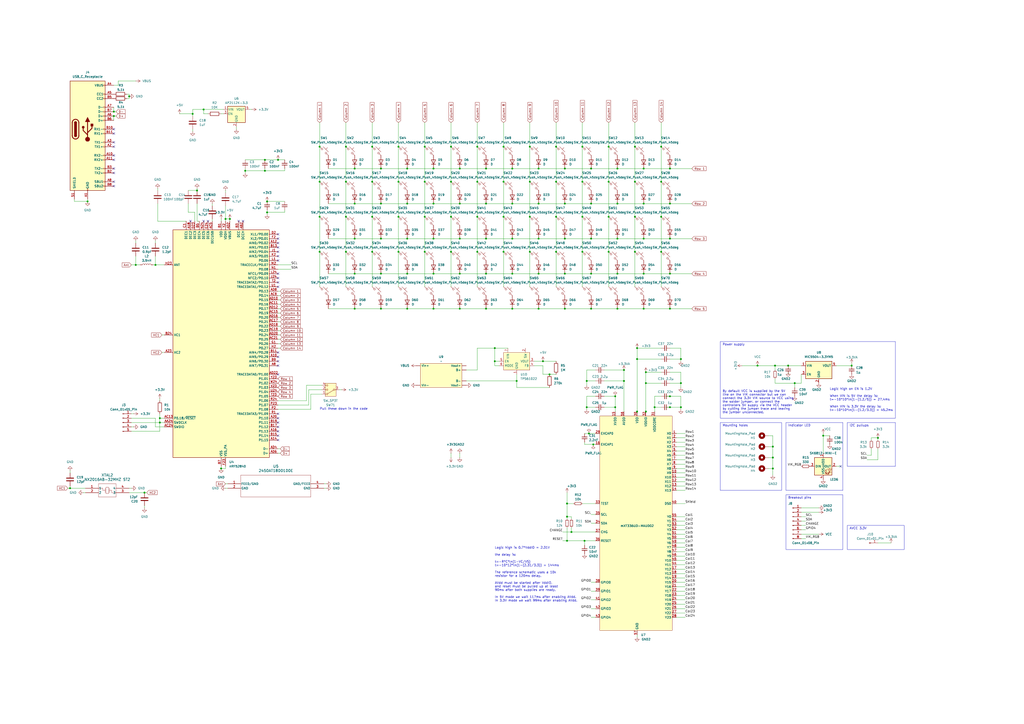
<source format=kicad_sch>
(kicad_sch (version 20250114) (generator "eeschema") (generator_version "9.0")
  (paper "A2")
  (rectangle (start 455.93 287.02) (end 488.95 318.77))
  (rectangle (start 417.83 245.11) (end 453.39 284.48))
  (rectangle (start 491.49 245.11) (end 519.43 270.51))
  (rectangle (start 455.93 245.11) (end 488.95 284.48))
  (rectangle (start 417.83 198.12) (end 519.43 242.57))
  (rectangle (start 491.49 304.8) (end 524.51 318.77))
  (text "Logic high is 0.7*VddIO = 2.31V\n\nthe delay is:\n\nt=-R*C*ln(1-VC/VS)\nt=-10*12*ln(1-(2.31/3.3)) = 144ms\n\nThe reference schematic uses a 10k\nresistor for a 120ms delay.\n\nAVdd must be started after VddIO,\nand reset must be pulled up at least\n90ms after both supplies are ready.\n\nIn 5V mode we wait 117ms after enabling AVdd.\nIn 3.3V mode we wait 99ms after enabling AVdd." (at 287.02 349.25 0) (effects (font (size 1.27 1.27)) (justify left bottom)))
  (text "Pull these down in the code" (at 199.39 237.236 0) (effects (font (size 1.27 1.27))))
  (text "Indicator LED" (at 457.2 247.65 0) (effects (font (size 1.27 1.27)) (justify left bottom)))
  (text "Power supply" (at 419.1 200.66 0) (effects (font (size 1.27 1.27)) (justify left bottom)))
  (text "By default VCC is supplied by the 5V\nline on the VIK connector but we can\nconnect the 3.3V VIK source to VCC using\nthe solder jumper, or connect the\ncontrollers 5V supply via the VCC header\nby cutting the jumper trace and leaving\nthe jumber unconnected." (at 419.1 240.03 0) (effects (font (size 1.27 1.27)) (justify left bottom)))
  (text "Mounting holes" (at 419.1 247.65 0) (effects (font (size 1.27 1.27)) (justify left bottom)))
  (text "Breakout pins" (at 457.2 289.56 0) (effects (font (size 1.27 1.27)) (justify left bottom)))
  (text "I2C pullups" (at 492.76 247.65 0) (effects (font (size 1.27 1.27)) (justify left bottom)))
  (text "AVCC 3.3V" (at 492.76 307.34 0) (effects (font (size 1.27 1.27)) (justify left bottom)))
  (text "Logic high on EN is 1.2V\n\nWhen VIN is 5V the delay is:\nt=-10*10*ln(1-(1.2/5)) = 27.4ms\n\nWhen VIN is 3.3V the delay is:\nt=-10*10*ln(1-(1.2/3.3)) = 45.2ms" (at 481.33 238.76 0) (effects (font (size 1.27 1.27)) (justify left bottom)))
  (junction (at 358.14 138.43))
  (junction (at 368.3 85.09))
  (junction (at 78.74 153.67))
  (junction (at 287.02 201.93))
  (junction (at 340.36 220.98))
  (junction (at 383.54 146.05))
  (junction (at 322.58 146.05))
  (junction (at 118.11 63.5))
  (junction (at 361.95 220.98))
  (junction (at 261.62 146.05))
  (junction (at 200.66 105.41))
  (junction (at 281.94 138.43))
  (junction (at 297.18 138.43))
  (junction (at 215.9 146.05))
  (junction (at 266.7 138.43))
  (junction (at 369.57 238.76))
  (junction (at 153.67 99.06))
  (junction (at 251.46 138.43))
  (junction (at 236.22 138.43))
  (junction (at 353.06 105.41))
  (junction (at 369.57 201.93))
  (junction (at 261.62 105.41))
  (junction (at 369.57 208.28))
  (junction (at 292.1 125.73))
  (junction (at 439.42 212.09))
  (junction (at 205.74 97.79))
  (junction (at 388.62 179.07))
  (junction (at 281.94 97.79))
  (junction (at 374.65 238.76))
  (junction (at 246.38 125.73))
  (junction (at 297.18 158.75))
  (junction (at 374.65 215.9))
  (junction (at 251.46 179.07))
  (junction (at 236.22 179.07))
  (junction (at 356.87 236.22))
  (junction (at 388.62 236.22))
  (junction (at 394.97 222.25))
  (junction (at 276.86 105.41))
  (junction (at 461.01 222.25))
  (junction (at 236.22 97.79))
  (junction (at 292.1 105.41))
  (junction (at 448.31 259.08))
  (junction (at 373.38 158.75))
  (junction (at 266.7 118.11))
  (junction (at 339.09 313.69))
  (junction (at 373.38 97.79))
  (junction (at 205.74 118.11))
  (junction (at 449.58 212.09))
  (junction (at 509.27 254))
  (junction (at 246.38 85.09))
  (junction (at 388.62 138.43))
  (junction (at 379.73 236.22))
  (junction (at 340.36 236.22))
  (junction (at 200.66 146.05))
  (junction (at 276.86 85.09))
  (junction (at 457.2 212.09))
  (junction (at 331.47 308.61))
  (junction (at 205.74 179.07))
  (junction (at 185.42 105.41))
  (junction (at 220.98 158.75))
  (junction (at 383.54 85.09))
  (junction (at 266.7 97.79))
  (junction (at 297.18 118.11))
  (junction (at 154.94 123.19))
  (junction (at 494.03 212.09))
  (junction (at 297.18 179.07))
  (junction (at 318.77 217.17))
  (junction (at 312.42 158.75))
  (junction (at 341.63 251.46))
  (junction (at 337.82 125.73))
  (junction (at 337.82 85.09))
  (junction (at 394.97 236.22))
  (junction (at 368.3 125.73))
  (junction (at 114.3 110.49))
  (junction (at 358.14 158.75))
  (junction (at 356.87 229.87))
  (junction (at 220.98 97.79))
  (junction (at 383.54 105.41))
  (junction (at 205.74 158.75))
  (junction (at 276.86 146.05))
  (junction (at 383.54 125.73))
  (junction (at 92.71 242.57))
  (junction (at 128.27 271.78))
  (junction (at 328.93 292.1))
  (junction (at 297.18 97.79))
  (junction (at 215.9 125.73))
  (junction (at 342.9 179.07))
  (junction (at 266.7 179.07))
  (junction (at 205.74 138.43))
  (junction (at 215.9 85.09))
  (junction (at 111.76 66.04))
  (junction (at 292.1 146.05))
  (junction (at 307.34 146.05))
  (junction (at 246.38 146.05))
  (junction (at 322.58 105.41))
  (junction (at 358.14 97.79))
  (junction (at 161.29 92.71))
  (junction (at 261.62 85.09))
  (junction (at 358.14 179.07))
  (junction (at 220.98 179.07))
  (junction (at 373.38 138.43))
  (junction (at 236.22 158.75))
  (junction (at 200.66 85.09))
  (junction (at 312.42 179.07))
  (junction (at 448.31 265.43))
  (junction (at 130.81 127))
  (junction (at 368.3 146.05))
  (junction (at 358.14 118.11))
  (junction (at 307.34 85.09))
  (junction (at 66.04 67.31))
  (junction (at 251.46 97.79))
  (junction (at 328.93 299.72))
  (junction (at 220.98 118.11))
  (junction (at 342.9 118.11))
  (junction (at 307.34 125.73))
  (junction (at 344.17 257.81))
  (junction (at 373.38 118.11))
  (junction (at 231.14 105.41))
  (junction (at 90.17 153.67))
  (junction (at 246.38 105.41))
  (junction (at 353.06 125.73))
  (junction (at 231.14 125.73))
  (junction (at 74.93 55.88))
  (junction (at 327.66 97.79))
  (junction (at 312.42 97.79))
  (junction (at 220.98 138.43))
  (junction (at 448.31 271.78))
  (junction (at 133.35 127))
  (junction (at 200.66 125.73))
  (junction (at 185.42 146.05))
  (junction (at 231.14 85.09))
  (junction (at 342.9 138.43))
  (junction (at 337.82 146.05))
  (junction (at 281.94 179.07))
  (junction (at 342.9 158.75))
  (junction (at 281.94 118.11))
  (junction (at 287.02 209.55))
  (junction (at 276.86 125.73))
  (junction (at 327.66 158.75))
  (junction (at 92.71 245.11))
  (junction (at 327.66 118.11))
  (junction (at 388.62 229.87))
  (junction (at 307.34 105.41))
  (junction (at 373.38 179.07))
  (junction (at 327.66 179.07))
  (junction (at 388.62 158.75))
  (junction (at 266.7 158.75))
  (junction (at 251.46 158.75))
  (junction (at 388.62 97.79))
  (junction (at 215.9 105.41))
  (junction (at 361.95 214.63))
  (junction (at 261.62 125.73))
  (junction (at 312.42 138.43))
  (junction (at 322.58 85.09))
  (junction (at 185.42 125.73))
  (junction (at 337.82 105.41))
  (junction (at 342.9 97.79))
  (junction (at 477.52 252.73))
  (junction (at 236.22 118.11))
  (junction (at 374.65 222.25))
  (junction (at 314.96 209.55))
  (junction (at 153.67 92.71))
  (junction (at 328.93 313.69))
  (junction (at 251.46 118.11))
  (junction (at 185.42 85.09))
  (junction (at 368.3 105.41))
  (junction (at 353.06 146.05))
  (junction (at 327.66 138.43))
  (junction (at 388.62 118.11))
  (junction (at 154.94 116.84))
  (junction (at 40.64 283.21))
  (junction (at 322.58 125.73))
  (junction (at 83.82 285.75))
  (junction (at 299.72 220.98))
  (junction (at 231.14 146.05))
  (junction (at 394.97 208.28))
  (junction (at 292.1 85.09))
  (junction (at 281.94 158.75))
  (junction (at 66.04 64.77))
  (junction (at 50.8 116.84))
  (junction (at 312.42 118.11))
  (junction (at 353.06 85.09))
  (junction (at 142.24 99.06))
  (no_connect (at 161.29 252.73))
  (no_connect (at 161.29 240.03))
  (no_connect (at 161.29 143.51))
  (no_connect (at 161.29 250.19))
  (no_connect (at 110.49 128.27))
  (no_connect (at 161.29 166.37))
  (no_connect (at 118.11 128.27))
  (no_connect (at 66.04 107.95))
  (no_connect (at 161.29 163.83))
  (no_connect (at 161.29 148.59))
  (no_connect (at 66.04 97.79))
  (no_connect (at 66.04 85.09))
  (no_connect (at 66.04 82.55))
  (no_connect (at 161.29 161.29))
  (no_connect (at 161.29 151.13))
  (no_connect (at 66.04 77.47))
  (no_connect (at 161.29 146.05))
  (no_connect (at 161.29 209.55))
  (no_connect (at 161.29 247.65))
  (no_connect (at 161.29 138.43))
  (no_connect (at 140.97 128.27))
  (no_connect (at 161.29 212.09))
  (no_connect (at 161.29 135.89))
  (no_connect (at 161.29 158.75))
  (no_connect (at 487.68 270.51))
  (no_connect (at 66.04 74.93))
  (no_connect (at 161.29 204.47))
  (no_connect (at 66.04 100.33))
  (no_connect (at 161.29 207.01))
  (no_connect (at 66.04 92.71))
  (no_connect (at 161.29 245.11))
  (no_connect (at 120.65 128.27))
  (no_connect (at 161.29 242.57))
  (no_connect (at 66.04 90.17))
  (no_connect (at 138.43 128.27))
  (no_connect (at 161.29 255.27))
  (no_connect (at 161.29 140.97))
  (no_connect (at 161.29 217.17))
  (no_connect (at 66.04 105.41))
  (wire (pts (xy 392.43 276.86) (xy 397.51 276.86)))
  (wire (pts (xy 185.42 71.12) (xy 185.42 85.09)))
  (wire (pts (xy 123.19 127) (xy 123.19 128.27)))
  (wire (pts (xy 83.82 285.75) (xy 85.09 285.75)))
  (wire (pts (xy 339.09 313.69) (xy 339.09 316.23)))
  (wire (pts (xy 307.34 105.41) (xy 307.34 125.73)))
  (wire (pts (xy 467.36 312.42) (xy 464.82 312.42)))
  (wire (pts (xy 292.1 125.73) (xy 292.1 146.05)))
  (wire (pts (xy 374.65 222.25) (xy 374.65 215.9)))
  (wire (pts (xy 109.22 110.49) (xy 114.3 110.49)))
  (wire (pts (xy 337.82 292.1) (xy 345.44 292.1)))
  (wire (pts (xy 309.88 212.09) (xy 314.96 212.09)))
  (wire (pts (xy 154.94 116.84) (xy 165.1 116.84)))
  (wire (pts (xy 340.36 220.98) (xy 340.36 223.52)))
  (wire (pts (xy 445.77 252.73) (xy 448.31 252.73)))
  (wire (pts (xy 328.93 299.72) (xy 328.93 300.99)))
  (wire (pts (xy 392.43 284.48) (xy 397.51 284.48)))
  (wire (pts (xy 161.29 92.71) (xy 165.1 92.71)))
  (wire (pts (xy 299.72 220.98) (xy 299.72 217.17)))
  (wire (pts (xy 76.2 242.57) (xy 90.17 242.57)))
  (wire (pts (xy 128.27 270.51) (xy 128.27 271.78)))
  (wire (pts (xy 205.74 138.43) (xy 220.98 138.43)))
  (wire (pts (xy 76.2 247.65) (xy 77.47 247.65)))
  (wire (pts (xy 307.34 85.09) (xy 307.34 105.41)))
  (wire (pts (xy 205.74 179.07) (xy 220.98 179.07)))
  (wire (pts (xy 505.46 254) (xy 509.27 254)))
  (wire (pts (xy 327.66 158.75) (xy 342.9 158.75)))
  (wire (pts (xy 392.43 347.98) (xy 397.51 347.98)))
  (wire (pts (xy 128.27 127) (xy 128.27 128.27)))
  (wire (pts (xy 369.57 208.28) (xy 383.54 208.28)))
  (wire (pts (xy 246.38 71.12) (xy 246.38 85.09)))
  (wire (pts (xy 392.43 264.16) (xy 397.51 264.16)))
  (wire (pts (xy 189.23 283.21) (xy 187.96 283.21)))
  (wire (pts (xy 76.2 283.21) (xy 74.93 283.21)))
  (wire (pts (xy 292.1 146.05) (xy 292.1 166.37)))
  (wire (pts (xy 392.43 256.54) (xy 397.51 256.54)))
  (wire (pts (xy 342.9 353.06) (xy 345.44 353.06)))
  (wire (pts (xy 270.51 220.98) (xy 299.72 220.98)))
  (wire (pts (xy 198.12 226.06) (xy 196.85 226.06)))
  (wire (pts (xy 78.74 139.7) (xy 78.74 140.97)))
  (wire (pts (xy 392.43 299.72) (xy 397.51 299.72)))
  (wire (pts (xy 297.18 179.07) (xy 312.42 179.07)))
  (wire (pts (xy 118.11 63.5) (xy 129.54 63.5)))
  (wire (pts (xy 339.09 251.46) (xy 341.63 251.46)))
  (wire (pts (xy 231.14 105.41) (xy 231.14 125.73)))
  (wire (pts (xy 340.36 214.63) (xy 340.36 220.98)))
  (wire (pts (xy 93.98 204.47) (xy 95.25 204.47)))
  (wire (pts (xy 361.95 214.63) (xy 361.95 220.98)))
  (wire (pts (xy 448.31 265.43) (xy 448.31 271.78)))
  (wire (pts (xy 66.04 49.53) (xy 68.58 49.53)))
  (wire (pts (xy 374.65 240.03) (xy 374.65 238.76)))
  (wire (pts (xy 394.97 201.93) (xy 394.97 208.28)))
  (wire (pts (xy 130.81 119.38) (xy 130.81 127)))
  (wire (pts (xy 190.5 179.07) (xy 205.74 179.07)))
  (wire (pts (xy 477.52 251.46) (xy 477.52 252.73)))
  (wire (pts (xy 276.86 71.12) (xy 276.86 85.09)))
  (wire (pts (xy 392.43 281.94) (xy 397.51 281.94)))
  (wire (pts (xy 142.24 99.06) (xy 142.24 100.33)))
  (wire (pts (xy 190.5 97.79) (xy 205.74 97.79)))
  (wire (pts (xy 392.43 314.96) (xy 397.51 314.96)))
  (wire (pts (xy 123.19 118.11) (xy 123.19 119.38)))
  (wire (pts (xy 261.62 85.09) (xy 261.62 105.41)))
  (wire (pts (xy 281.94 118.11) (xy 297.18 118.11)))
  (wire (pts (xy 392.43 292.1) (xy 397.51 292.1)))
  (wire (pts (xy 369.57 240.03) (xy 369.57 238.76)))
  (wire (pts (xy 154.94 121.92) (xy 154.94 123.19)))
  (wire (pts (xy 180.34 228.6) (xy 186.69 228.6)))
  (wire (pts (xy 345.44 303.53) (xy 342.9 303.53)))
  (wire (pts (xy 369.57 208.28) (xy 369.57 201.93)))
  (wire (pts (xy 401.32 138.43) (xy 388.62 138.43)))
  (wire (pts (xy 474.98 294.64) (xy 464.82 294.64)))
  (wire (pts (xy 114.3 109.22) (xy 114.3 110.49)))
  (wire (pts (xy 111.76 66.04) (xy 111.76 67.31)))
  (wire (pts (xy 185.42 105.41) (xy 185.42 125.73)))
  (wire (pts (xy 215.9 71.12) (xy 215.9 85.09)))
  (wire (pts (xy 292.1 105.41) (xy 292.1 125.73)))
  (wire (pts (xy 114.3 118.11) (xy 114.3 128.27)))
  (wire (pts (xy 48.26 285.75) (xy 49.53 285.75)))
  (wire (pts (xy 266.7 118.11) (xy 281.94 118.11)))
  (wire (pts (xy 261.62 146.05) (xy 261.62 166.37)))
  (wire (pts (xy 339.09 257.81) (xy 339.09 256.54)))
  (wire (pts (xy 374.65 215.9) (xy 383.54 215.9)))
  (wire (pts (xy 162.56 176.53) (xy 161.29 176.53)))
  (wire (pts (xy 266.7 97.79) (xy 281.94 97.79)))
  (wire (pts (xy 200.66 146.05) (xy 200.66 166.37)))
  (wire (pts (xy 66.04 64.77) (xy 67.31 64.77)))
  (wire (pts (xy 220.98 118.11) (xy 236.22 118.11)))
  (wire (pts (xy 130.81 127) (xy 130.81 128.27)))
  (wire (pts (xy 467.36 304.8) (xy 464.82 304.8)))
  (wire (pts (xy 322.58 125.73) (xy 322.58 146.05)))
  (wire (pts (xy 276.86 146.05) (xy 276.86 166.37)))
  (wire (pts (xy 111.76 63.5) (xy 118.11 63.5)))
  (wire (pts (xy 261.62 125.73) (xy 261.62 146.05)))
  (wire (pts (xy 327.66 138.43) (xy 342.9 138.43)))
  (wire (pts (xy 345.44 257.81) (xy 344.17 257.81)))
  (wire (pts (xy 161.29 260.35) (xy 162.56 260.35)))
  (wire (pts (xy 394.97 215.9) (xy 394.97 222.25)))
  (wire (pts (xy 162.56 201.93) (xy 161.29 201.93)))
  (wire (pts (xy 345.44 229.87) (xy 340.36 229.87)))
  (wire (pts (xy 448.31 252.73) (xy 448.31 259.08)))
  (wire (pts (xy 383.54 146.05) (xy 383.54 166.37)))
  (wire (pts (xy 128.27 271.78) (xy 130.81 271.78)))
  (wire (pts (xy 92.71 242.57) (xy 92.71 245.11)))
  (wire (pts (xy 383.54 71.12) (xy 383.54 85.09)))
  (wire (pts (xy 322.58 105.41) (xy 322.58 125.73)))
  (wire (pts (xy 312.42 118.11) (xy 327.66 118.11)))
  (wire (pts (xy 154.94 123.19) (xy 154.94 124.46)))
  (wire (pts (xy 287.02 212.09) (xy 287.02 209.55)))
  (wire (pts (xy 162.56 173.99) (xy 161.29 173.99)))
  (wire (pts (xy 392.43 330.2) (xy 397.51 330.2)))
  (wire (pts (xy 392.43 342.9) (xy 397.51 342.9)))
  (wire (pts (xy 342.9 179.07) (xy 358.14 179.07)))
  (wire (pts (xy 388.62 236.22) (xy 394.97 236.22)))
  (wire (pts (xy 449.58 222.25) (xy 461.01 222.25)))
  (wire (pts (xy 322.58 71.12) (xy 322.58 85.09)))
  (wire (pts (xy 90.17 148.59) (xy 90.17 153.67)))
  (wire (pts (xy 66.04 67.31) (xy 66.04 69.85)))
  (wire (pts (xy 111.76 74.93) (xy 111.76 76.2)))
  (wire (pts (xy 379.73 229.87) (xy 383.54 229.87)))
  (wire (pts (xy 369.57 208.28) (xy 369.57 238.76)))
  (wire (pts (xy 449.58 212.09) (xy 457.2 212.09)))
  (wire (pts (xy 457.2 215.9) (xy 457.2 217.17)))
  (wire (pts (xy 369.57 201.93) (xy 383.54 201.93)))
  (wire (pts (xy 74.93 54.61) (xy 73.66 54.61)))
  (wire (pts (xy 509.27 266.7) (xy 509.27 260.35)))
  (wire (pts (xy 340.36 236.22) (xy 345.44 236.22)))
  (wire (pts (xy 392.43 266.7) (xy 397.51 266.7)))
  (wire (pts (xy 179.07 234.95) (xy 161.29 234.95)))
  (wire (pts (xy 392.43 269.24) (xy 397.51 269.24)))
  (wire (pts (xy 342.9 118.11) (xy 358.14 118.11)))
  (wire (pts (xy 467.36 302.26) (xy 464.82 302.26)))
  (wire (pts (xy 130.81 110.49) (xy 130.81 111.76)))
  (wire (pts (xy 368.3 105.41) (xy 368.3 125.73)))
  (wire (pts (xy 342.9 337.82) (xy 345.44 337.82)))
  (wire (pts (xy 251.46 158.75) (xy 266.7 158.75)))
  (wire (pts (xy 92.71 245.11) (xy 92.71 250.19)))
  (wire (pts (xy 342.9 358.14) (xy 345.44 358.14)))
  (wire (pts (xy 340.36 229.87) (xy 340.36 236.22)))
  (wire (pts (xy 91.44 109.22) (xy 91.44 110.49)))
  (wire (pts (xy 281.94 158.75) (xy 297.18 158.75)))
  (wire (pts (xy 281.94 179.07) (xy 297.18 179.07)))
  (wire (pts (xy 328.93 292.1) (xy 328.93 299.72)))
  (wire (pts (xy 353.06 125.73) (xy 353.06 146.05)))
  (wire (pts (xy 392.43 259.08) (xy 397.51 259.08)))
  (wire (pts (xy 162.56 196.85) (xy 161.29 196.85)))
  (wire (pts (xy 339.09 313.69) (xy 345.44 313.69)))
  (wire (pts (xy 331.47 308.61) (xy 331.47 306.07)))
  (wire (pts (xy 341.63 251.46) (xy 345.44 251.46)))
  (wire (pts (xy 251.46 118.11) (xy 266.7 118.11)))
  (wire (pts (xy 93.98 194.31) (xy 95.25 194.31)))
  (wire (pts (xy 120.65 66.04) (xy 118.11 66.04)))
  (wire (pts (xy 133.35 127) (xy 133.35 128.27)))
  (wire (pts (xy 236.22 179.07) (xy 251.46 179.07)))
  (wire (pts (xy 328.93 285.75) (xy 328.93 292.1)))
  (wire (pts (xy 350.52 236.22) (xy 356.87 236.22)))
  (wire (pts (xy 179.07 226.06) (xy 186.69 226.06)))
  (wire (pts (xy 369.57 369.57) (xy 369.57 368.3)))
  (wire (pts (xy 392.43 322.58) (xy 397.51 322.58)))
  (wire (pts (xy 474.98 309.88) (xy 464.82 309.88)))
  (wire (pts (xy 388.62 179.07) (xy 401.32 179.07)))
  (wire (pts (xy 327.66 118.11) (xy 342.9 118.11)))
  (wire (pts (xy 392.43 317.5) (xy 397.51 317.5)))
  (wire (pts (xy 190.5 158.75) (xy 205.74 158.75)))
  (wire (pts (xy 261.62 105.41) (xy 261.62 125.73)))
  (wire (pts (xy 261.62 71.12) (xy 261.62 85.09)))
  (wire (pts (xy 392.43 254) (xy 397.51 254)))
  (wire (pts (xy 161.29 156.21) (xy 168.91 156.21)))
  (wire (pts (xy 326.39 313.69) (xy 328.93 313.69)))
  (wire (pts (xy 314.96 217.17) (xy 318.77 217.17)))
  (wire (pts (xy 505.46 255.27) (xy 505.46 254)))
  (wire (pts (xy 185.42 85.09) (xy 185.42 105.41)))
  (wire (pts (xy 331.47 300.99) (xy 331.47 299.72)))
  (wire (pts (xy 162.56 171.45) (xy 161.29 171.45)))
  (wire (pts (xy 74.93 55.88) (xy 74.93 57.15)))
  (wire (pts (xy 392.43 251.46) (xy 397.51 251.46)))
  (wire (pts (xy 394.97 208.28) (xy 394.97 209.55)))
  (wire (pts (xy 66.04 67.31) (xy 67.31 67.31)))
  (wire (pts (xy 162.56 168.91) (xy 161.29 168.91)))
  (wire (pts (xy 43.18 116.84) (xy 43.18 115.57)))
  (wire (pts (xy 165.1 123.19) (xy 165.1 121.92)))
  (wire (pts (xy 356.87 236.22) (xy 356.87 229.87)))
  (wire (pts (xy 328.93 313.69) (xy 339.09 313.69)))
  (wire (pts (xy 342.9 342.9) (xy 345.44 342.9)))
  (wire (pts (xy 83.82 285.75) (xy 74.93 285.75)))
  (wire (pts (xy 401.32 118.11) (xy 388.62 118.11)))
  (wire (pts (xy 142.24 97.79) (xy 142.24 99.06)))
  (wire (pts (xy 297.18 97.79) (xy 312.42 97.79)))
  (wire (pts (xy 383.54 105.41) (xy 383.54 125.73)))
  (wire (pts (xy 477.52 252.73) (xy 477.52 262.89)))
  (wire (pts (xy 318.77 217.17) (xy 322.58 217.17)))
  (wire (pts (xy 205.74 97.79) (xy 220.98 97.79)))
  (wire (pts (xy 368.3 146.05) (xy 368.3 166.37)))
  (wire (pts (xy 449.58 219.71) (xy 449.58 222.25)))
  (wire (pts (xy 162.56 194.31) (xy 161.29 194.31)))
  (wire (pts (xy 276.86 201.93) (xy 276.86 214.63)))
  (wire (pts (xy 261.62 265.43) (xy 261.62 262.89)))
  (wire (pts (xy 342.9 138.43) (xy 358.14 138.43)))
  (wire (pts (xy 90.17 242.57) (xy 90.17 247.65)))
  (wire (pts (xy 231.14 146.05) (xy 231.14 166.37)))
  (wire (pts (xy 190.5 118.11) (xy 205.74 118.11)))
  (wire (pts (xy 153.67 97.79) (xy 153.67 99.06)))
  (wire (pts (xy 39.37 283.21) (xy 40.64 283.21)))
  (wire (pts (xy 95.25 242.57) (xy 92.71 242.57)))
  (wire (pts (xy 104.14 66.04) (xy 111.76 66.04)))
  (wire (pts (xy 246.38 105.41) (xy 246.38 125.73)))
  (wire (pts (xy 461.01 222.25) (xy 464.82 222.25)))
  (wire (pts (xy 297.18 138.43) (xy 312.42 138.43)))
  (wire (pts (xy 109.22 118.11) (xy 109.22 123.19)))
  (wire (pts (xy 373.38 179.07) (xy 388.62 179.07)))
  (wire (pts (xy 331.47 308.61) (xy 345.44 308.61)))
  (wire (pts (xy 137.16 73.66) (xy 137.16 74.93)))
  (wire (pts (xy 215.9 125.73) (xy 215.9 146.05)))
  (wire (pts (xy 485.14 212.09) (xy 494.03 212.09)))
  (wire (pts (xy 205.74 158.75) (xy 220.98 158.75)))
  (wire (pts (xy 331.47 299.72) (xy 328.93 299.72)))
  (wire (pts (xy 162.56 184.15) (xy 161.29 184.15)))
  (wire (pts (xy 342.9 347.98) (xy 345.44 347.98)))
  (wire (pts (xy 374.65 222.25) (xy 374.65 238.76)))
  (wire (pts (xy 281.94 138.43) (xy 297.18 138.43)))
  (wire (pts (xy 448.31 259.08) (xy 448.31 265.43)))
  (wire (pts (xy 309.88 209.55) (xy 314.96 209.55)))
  (wire (pts (xy 373.38 158.75) (xy 388.62 158.75)))
  (wire (pts (xy 509.27 314.96) (xy 516.89 314.96)))
  (wire (pts (xy 68.58 46.99) (xy 78.74 46.99)))
  (wire (pts (xy 392.43 332.74) (xy 397.51 332.74)))
  (wire (pts (xy 40.64 281.94) (xy 40.64 283.21)))
  (wire (pts (xy 153.67 99.06) (xy 165.1 99.06)))
  (wire (pts (xy 40.64 283.21) (xy 49.53 283.21)))
  (wire (pts (xy 220.98 97.79) (xy 236.22 97.79)))
  (wire (pts (xy 113.03 123.19) (xy 109.22 123.19)))
  (wire (pts (xy 185.42 146.05) (xy 185.42 166.37)))
  (wire (pts (xy 394.97 229.87) (xy 394.97 236.22)))
  (wire (pts (xy 445.77 271.78) (xy 448.31 271.78)))
  (wire (pts (xy 162.56 186.69) (xy 161.29 186.69)))
  (wire (pts (xy 142.24 92.71) (xy 153.67 92.71)))
  (wire (pts (xy 200.66 105.41) (xy 200.66 125.73)))
  (wire (pts (xy 388.62 215.9) (xy 394.97 215.9)))
  (wire (pts (xy 289.56 209.55) (xy 287.02 209.55)))
  (wire (pts (xy 90.17 153.67) (xy 95.25 153.67)))
  (wire (pts (xy 92.71 250.19) (xy 76.2 250.19)))
  (wire (pts (xy 328.93 292.1) (xy 332.74 292.1)))
  (wire (pts (xy 312.42 138.43) (xy 327.66 138.43)))
  (wire (pts (xy 392.43 309.88) (xy 397.51 309.88)))
  (wire (pts (xy 328.93 306.07) (xy 328.93 313.69)))
  (wire (pts (xy 337.82 146.05) (xy 337.82 166.37)))
  (wire (pts (xy 356.87 229.87) (xy 350.52 229.87)))
  (wire (pts (xy 161.29 153.67) (xy 168.91 153.67)))
  (wire (pts (xy 297.18 158.75) (xy 312.42 158.75)))
  (wire (pts (xy 392.43 337.82) (xy 397.51 337.82)))
  (wire (pts (xy 379.73 236.22) (xy 383.54 236.22)))
  (wire (pts (xy 92.71 240.03) (xy 92.71 242.57)))
  (wire (pts (xy 388.62 229.87) (xy 394.97 229.87)))
  (wire (pts (xy 318.77 224.79) (xy 299.72 224.79)))
  (wire (pts (xy 130.81 283.21) (xy 132.08 283.21)))
  (wire (pts (xy 144.78 63.5) (xy 146.05 63.5)))
  (wire (pts (xy 142.24 99.06) (xy 153.67 99.06)))
  (wire (pts (xy 356.87 238.76) (xy 356.87 236.22)))
  (wire (pts (xy 358.14 138.43) (xy 373.38 138.43)))
  (wire (pts (xy 162.56 189.23) (xy 161.29 189.23)))
  (wire (pts (xy 297.18 118.11) (xy 312.42 118.11)))
  (wire (pts (xy 185.42 125.73) (xy 185.42 146.05)))
  (wire (pts (xy 107.95 128.27) (xy 91.44 128.27)))
  (wire (pts (xy 90.17 139.7) (xy 90.17 140.97)))
  (wire (pts (xy 392.43 353.06) (xy 397.51 353.06)))
  (wire (pts (xy 200.66 71.12) (xy 200.66 85.09)))
  (wire (pts (xy 350.52 220.98) (xy 361.95 220.98)))
  (wire (pts (xy 74.93 55.88) (xy 74.93 54.61)))
  (wire (pts (xy 344.17 257.81) (xy 339.09 257.81)))
  (wire (pts (xy 162.56 199.39) (xy 161.29 199.39)))
  (wire (pts (xy 246.38 146.05) (xy 246.38 166.37)))
  (wire (pts (xy 392.43 355.6) (xy 397.51 355.6)))
  (wire (pts (xy 236.22 158.75) (xy 251.46 158.75)))
  (wire (pts (xy 90.17 247.65) (xy 95.25 247.65)))
  (wire (pts (xy 78.74 153.67) (xy 81.28 153.67)))
  (wire (pts (xy 299.72 224.79) (xy 299.72 220.98)))
  (wire (pts (xy 312.42 158.75) (xy 327.66 158.75)))
  (wire (pts (xy 457.2 212.09) (xy 464.82 212.09)))
  (wire (pts (xy 474.98 297.18) (xy 464.82 297.18)))
  (wire (pts (xy 113.03 128.27) (xy 113.03 123.19)))
  (wire (pts (xy 50.8 116.84) (xy 43.18 116.84)))
  (wire (pts (xy 388.62 158.75) (xy 401.32 158.75)))
  (wire (pts (xy 200.66 85.09) (xy 200.66 105.41)))
  (wire (pts (xy 111.76 66.04) (xy 111.76 63.5)))
  (wire (pts (xy 88.9 153.67) (xy 90.17 153.67)))
  (wire (pts (xy 358.14 179.07) (xy 373.38 179.07)))
  (wire (pts (xy 231.14 85.09) (xy 231.14 105.41)))
  (wire (pts (xy 177.8 223.52) (xy 186.69 223.52)))
  (wire (pts (xy 162.56 191.77) (xy 161.29 191.77)))
  (wire (pts (xy 394.97 222.25) (xy 394.97 224.79)))
  (wire (pts (xy 83.82 294.64) (xy 83.82 293.37)))
  (wire (pts (xy 392.43 261.62) (xy 397.51 261.62)))
  (wire (pts (xy 373.38 97.79) (xy 388.62 97.79)))
  (wire (pts (xy 162.56 179.07) (xy 161.29 179.07)))
  (wire (pts (xy 177.8 223.52) (xy 177.8 232.41)))
  (wire (pts (xy 287.02 209.55) (xy 287.02 201.93)))
  (wire (pts (xy 95.25 245.11) (xy 92.71 245.11)))
  (wire (pts (xy 190.5 138.43) (xy 205.74 138.43)))
  (wire (pts (xy 326.39 308.61) (xy 331.47 308.61)))
  (wire (pts (xy 392.43 304.8) (xy 397.51 304.8)))
  (wire (pts (xy 180.34 237.49) (xy 161.29 237.49)))
  (wire (pts (xy 276.86 85.09) (xy 276.86 105.41)))
  (wire (pts (xy 314.96 212.09) (xy 314.96 217.17)))
  (wire (pts (xy 215.9 85.09) (xy 215.9 105.41)))
  (wire (pts (xy 281.94 97.79) (xy 297.18 97.79)))
  (wire (pts (xy 392.43 325.12) (xy 397.51 325.12)))
  (wire (pts (xy 337.82 125.73) (xy 337.82 146.05)))
  (wire (pts (xy 392.43 327.66) (xy 397.51 327.66)))
  (wire (pts (xy 236.22 118.11) (xy 251.46 118.11)))
  (wire (pts (xy 66.04 62.23) (xy 66.04 64.77)))
  (wire (pts (xy 502.92 264.16) (xy 505.46 264.16)))
  (wire (pts (xy 358.14 97.79) (xy 373.38 97.79)))
  (wire (pts (xy 231.14 125.73) (xy 231.14 146.05)))
  (wire (pts (xy 276.86 105.41) (xy 276.86 125.73)))
  (wire (pts (xy 337.82 85.09) (xy 337.82 105.41)))
  (wire (pts (xy 379.73 236.22) (xy 379.73 229.87)))
  (wire (pts (xy 373.38 118.11) (xy 388.62 118.11)))
  (wire (pts (xy 368.3 71.12) (xy 368.3 85.09)))
  (wire (pts (xy 251.46 179.07) (xy 266.7 179.07)))
  (wire (pts (xy 368.3 85.09) (xy 368.3 105.41)))
  (wire (pts (xy 76.2 245.11) (xy 92.71 245.11)))
  (wire (pts (xy 266.7 158.75) (xy 281.94 158.75)))
  (wire (pts (xy 307.34 125.73) (xy 307.34 146.05)))
  (wire (pts (xy 179.07 226.06) (xy 179.07 234.95)))
  (wire (pts (xy 337.82 71.12) (xy 337.82 85.09)))
  (wire (pts (xy 361.95 214.63) (xy 350.52 214.63)))
  (wire (pts (xy 292.1 71.12) (xy 292.1 85.09)))
  (wire (pts (xy 161.29 262.89) (xy 162.56 262.89)))
  (wire (pts (xy 130.81 127) (xy 133.35 127)))
  (wire (pts (xy 337.82 105.41) (xy 337.82 125.73)))
  (wire (pts (xy 353.06 85.09) (xy 353.06 105.41)))
  (wire (pts (xy 289.56 212.09) (xy 287.02 212.09)))
  (wire (pts (xy 392.43 271.78) (xy 397.51 271.78)))
  (wire (pts (xy 68.58 49.53) (xy 68.58 46.99)))
  (wire (pts (xy 345.44 298.45) (xy 342.9 298.45)))
  (wire (pts (xy 215.9 105.41) (xy 215.9 125.73)))
  (wire (pts (xy 312.42 179.07) (xy 327.66 179.07)))
  (wire (pts (xy 353.06 105.41) (xy 353.06 125.73)))
  (wire (pts (xy 76.2 153.67) (xy 78.74 153.67)))
  (wire (pts (xy 383.54 85.09) (xy 383.54 105.41)))
  (wire (pts (xy 189.23 280.67) (xy 187.96 280.67)))
  (wire (pts (xy 251.46 138.43) (xy 266.7 138.43)))
  (wire (pts (xy 220.98 138.43) (xy 236.22 138.43)))
  (wire (pts (xy 276.86 214.63) (xy 270.51 214.63)))
  (wire (pts (xy 445.77 259.08) (xy 448.31 259.08)))
  (wire (pts (xy 246.38 85.09) (xy 246.38 105.41)))
  (wire (pts (xy 266.7 262.89) (xy 266.7 265.43)))
  (wire (pts (xy 353.06 71.12) (xy 353.06 85.09)))
  (wire (pts (xy 392.43 302.26) (xy 397.51 302.26)))
  (wire (pts (xy 78.74 148.59) (xy 78.74 153.67)))
  (wire (pts (xy 509.27 254) (xy 509.27 255.27)))
  (wire (pts (xy 388.62 208.28) (xy 394.97 208.28)))
  (wire (pts (xy 392.43 345.44) (xy 397.51 345.44)))
  (wire (pts (xy 388.62 201.93) (xy 394.97 201.93)))
  (wire (pts (xy 388.62 222.25) (xy 394.97 222.25)))
  (wire (pts (xy 153.67 92.71) (xy 161.29 92.71)))
  (wire (pts (xy 394.97 236.22) (xy 394.97 237.49)))
  (wire (pts (xy 392.43 279.4) (xy 397.51 279.4)))
  (wire (pts (xy 392.43 335.28) (xy 397.51 335.28)))
  (wire (pts (xy 128.27 66.04) (xy 129.54 66.04)))
  (wire (pts (xy 340.36 236.22) (xy 340.36 237.49)))
  (wire (pts (xy 162.56 181.61) (xy 161.29 181.61)))
  (wire (pts (xy 485.14 270.51) (xy 487.68 270.51)))
  (wire (pts (xy 494.03 210.82) (xy 494.03 212.09)))
  (wire (pts (xy 368.3 125.73) (xy 368.3 146.05)))
  (wire (pts (xy 401.32 97.79) (xy 388.62 97.79)))
  (wire (pts (xy 231.14 71.12) (xy 231.14 85.09)))
  (wire (pts (xy 358.14 118.11) (xy 373.38 118.11)))
  (wire (pts (xy 361.95 220.98) (xy 361.95 238.76)))
  (wire (pts (xy 477.52 252.73) (xy 481.33 252.73)))
  (wire (pts (xy 118.11 66.04) (xy 118.11 63.5)))
  (wire (pts (xy 40.64 273.05) (xy 40.64 274.32)))
  (wire (pts (xy 266.7 179.07) (xy 281.94 179.07)))
  (wire (pts (xy 386.08 229.87) (xy 388.62 229.87)))
  (wire (pts (xy 445.77 265.43) (xy 448.31 265.43)))
  (wire (pts (xy 220.98 179.07) (xy 236.22 179.07)))
  (wire (pts (xy 386.08 236.22) (xy 388.62 236.22)))
  (wire (pts (xy 236.22 97.79) (xy 251.46 97.79)))
  (wire (pts (xy 467.36 299.72) (xy 464.82 299.72)))
  (wire (pts (xy 345.44 214.63) (xy 340.36 214.63)))
  (wire (pts (xy 154.94 123.19) (xy 165.1 123.19)))
  (wire (pts (xy 448.31 271.78) (xy 448.31 275.59)))
  (wire (pts (xy 115.57 128.27) (xy 114.3 128.27)))
  (wire (pts (xy 392.43 358.14) (xy 397.51 358.14)))
  (wire (pts (xy 177.8 232.41) (xy 161.29 232.41)))
  (wire (pts (xy 353.06 146.05) (xy 353.06 166.37)))
  (wire (pts (xy 322.58 85.09) (xy 322.58 105.41)))
  (wire (pts (xy 74.93 57.15) (xy 73.66 57.15)))
  (wire (pts (xy 246.38 125.73) (xy 246.38 146.05)))
  (wire (pts (xy 251.46 97.79) (xy 266.7 97.79)))
  (wire (pts (xy 215.9 146.05) (xy 215.9 166.37)))
  (wire (pts (xy 461.01 222.25) (xy 461.01 224.79)))
  (wire (pts (xy 327.66 97.79) (xy 342.9 97.79)))
  (wire (pts (xy 392.43 340.36) (xy 397.51 340.36)))
  (wire (pts (xy 294.64 201.93) (xy 287.02 201.93)))
  (wire (pts (xy 392.43 312.42) (xy 397.51 312.42)))
  (wire (pts (xy 345.44 220.98) (xy 340.36 220.98)))
  (wire (pts (xy 130.81 280.67) (xy 132.08 280.67)))
  (wire (pts (xy 383.54 125.73) (xy 383.54 146.05)))
  (wire (pts (xy 266.7 138.43) (xy 281.94 138.43)))
  (wire (pts (xy 50.8 115.57) (xy 50.8 116.84)))
  (wire (pts (xy 373.38 138.43) (xy 388.62 138.43)))
  (wire (pts (xy 467.36 307.34) (xy 464.82 307.34)))
  (wire (pts (xy 502.92 266.7) (xy 509.27 266.7)))
  (wire (pts (xy 374.65 222.25) (xy 383.54 222.25)))
  (wire (pts (xy 464.82 217.17) (xy 464.82 222.25)))
  (wire (pts (xy 342.9 158.75) (xy 358.14 158.75)))
  (wire (pts (xy 392.43 320.04) (xy 397.51 320.04)))
  (wire (pts (xy 392.43 274.32) (xy 397.51 274.32)))
  (wire (pts (xy 92.71 231.14) (xy 92.71 232.41)))
  (wire (pts (xy 430.53 212.09) (xy 439.42 212.09)))
  (wire (pts (xy 307.34 71.12) (xy 307.34 85.09)))
  (wire (pts (xy 287.02 201.93) (xy 276.86 201.93)))
  (wire (pts (xy 220.98 158.75) (xy 236.22 158.75)))
  (wire (pts (xy 342.9 97.79) (xy 358.14 97.79)))
  (wire (pts (xy 379.73 238.76) (xy 379.73 236.22)))
  (wire (pts (xy 327.66 179.07) (xy 342.9 179.07)))
  (wire (pts (xy 165.1 99.06) (xy 165.1 97.79)))
  (wire (pts (xy 180.34 228.6) (xy 180.34 237.49)))
  (wire (pts (xy 91.44 118.11) (xy 91.44 128.27)))
  (wire (pts (xy 392.43 350.52) (xy 397.51 350.52)))
  (wire (pts (xy 205.74 118.11) (xy 220.98 118.11)))
  (wire (pts (xy 276.86 125.73) (xy 276.86 146.05)))
  (wire (pts (xy 439.42 212.09) (xy 449.58 212.09)))
  (wire (pts (xy 130.81 271.78) (xy 130.81 270.51)))
  (wire (pts (xy 358.14 158.75) (xy 373.38 158.75)))
  (wire (pts (xy 76.2 240.03) (xy 77.47 240.03)))
  (wire (pts (xy 322.58 146.05) (xy 322.58 166.37)))
  (wire (pts (xy 505.46 264.16) (xy 505.46 260.35)))
  (wire (pts (xy 292.1 85.09) (xy 292.1 105.41)))
  (wire (pts (xy 307.34 146.05) (xy 307.34 166.37)))
  (wire (pts (xy 236.22 138.43) (xy 251.46 138.43)))
  (wire (pts (xy 312.42 97.79) (xy 327.66 97.79)))
  (wire (pts (xy 200.66 125.73) (xy 200.66 146.05)))
  (wire (pts (xy 314.96 209.55) (xy 322.58 209.55)))
  (wire (pts (xy 449.58 212.09) (xy 449.58 214.63)))
  (wire (pts (xy 392.43 307.34) (xy 397.51 307.34)))
  (label "SDA" (at 168.91 156.21 0))
  (label "Col23" (at 397.51 355.6 0))
  (label "Row6" (at 397.51 264.16 0))
  (label "Col1" (at 397.51 299.72 0))
  (label "GPIO4" (at 467.36 307.34 0))
  (label "Col13" (at 397.51 330.2 0))
  (label "Col24" (at 397.51 358.14 0))
  (label "SDA" (at 342.9 303.53 180))
  (label "GPIO1" (at 342.9 342.9 180))
  (label "SCL" (at 467.36 299.72 0))
  (label "Col2" (at 397.51 302.26 0))
  (label "GPIO2" (at 342.9 347.98 180))
  (label "CHANGE" (at 467.36 304.8 0))
  (label "Col15" (at 397.51 335.28 0))
  (label "SCL" (at 502.92 264.16 180))
  (label "Col11" (at 397.51 325.12 0))
  (label "Row10" (at 397.51 274.32 0))
  (label "CHANGE" (at 326.39 308.61 180))
  (label "GPIO0" (at 342.9 337.82 180))
  (label "Row8" (at 397.51 269.24 0))
  (label "VIK_RGB" (at 464.82 270.51 180))
  (label "Row14" (at 397.51 284.48 0))
  (label "Row7" (at 397.51 266.7 0))
  (label "SDA" (at 502.92 266.7 180))
  (label "Row2" (at 397.51 254 0))
  (label "Col5" (at 397.51 309.88 0))
  (label "Row9" (at 397.51 271.78 0))
  (label "Col10" (at 397.51 322.58 0))
  (label "Col18" (at 397.51 342.9 0))
  (label "Shield" (at 397.51 292.1 0))
  (label "SCL" (at 342.9 298.45 180))
  (label "Col16" (at 397.51 337.82 0))
  (label "Row4" (at 397.51 259.08 0))
  (label "Row5" (at 397.51 261.62 0))
  (label "Col4" (at 397.51 307.34 0))
  (label "GPIO3" (at 342.9 353.06 180))
  (label "Col8" (at 397.51 317.5 0))
  (label "Col22" (at 397.51 353.06 0))
  (label "Row12" (at 397.51 279.4 0))
  (label "Col6" (at 397.51 312.42 0))
  (label "RESET" (at 326.39 313.69 180))
  (label "SDA" (at 467.36 302.26 0))
  (label "Col9" (at 397.51 320.04 0))
  (label "Col19" (at 397.51 345.44 0))
  (label "Row11" (at 397.51 276.86 0))
  (label "Col3" (at 397.51 304.8 0))
  (label "Col7" (at 397.51 314.96 0))
  (label "Row13" (at 397.51 281.94 0))
  (label "Col17" (at 397.51 340.36 0))
  (label "GPIO4" (at 342.9 358.14 180))
  (label "Col12" (at 397.51 327.66 0))
  (label "Col14" (at 397.51 332.74 0))
  (label "VIK_RGB" (at 467.36 312.42 0))
  (label "Col21" (at 397.51 350.52 0))
  (label "Col20" (at 397.51 347.98 0))
  (label "Row3" (at 397.51 256.54 0))
  (label "Row1" (at 397.51 251.46 0))
  (label "SCL" (at 168.91 153.67 0))
  (global_label "Row 4" (shape input) (at 401.32 158.75 0) (property "Intersheetrefs" "${INTERSHEET_REFS}" (effects (hide yes))))
  (global_label "XC1" (shape input) (at 39.37 283.21 180) (property "Intersheetrefs" "${INTERSHEET_REFS}" (effects (hide yes))))
  (global_label "Column 6" (shape input) (at 261.62 71.12 90) (property "Intersheetrefs" "${INTERSHEET_REFS}" (effects (hide yes))))
  (global_label "Column 12" (shape input) (at 162.56 196.85 0) (property "Intersheetrefs" "${INTERSHEET_REFS}" (effects (hide yes))))
  (global_label "Column 7" (shape input) (at 276.86 71.12 90) (property "Intersheetrefs" "${INTERSHEET_REFS}" (effects (hide yes))))
  (global_label "Column 14" (shape input) (at 383.54 71.12 90) (property "Intersheetrefs" "${INTERSHEET_REFS}" (effects (hide yes))))
  (global_label "Column 3" (shape input) (at 162.56 173.99 0) (property "Intersheetrefs" "${INTERSHEET_REFS}" (effects (hide yes))))
  (global_label "Row 5" (shape input) (at 161.29 229.87 0) (property "Intersheetrefs" "${INTERSHEET_REFS}" (effects (hide yes))))
  (global_label "Column 6" (shape input) (at 162.56 181.61 0) (property "Intersheetrefs" "${INTERSHEET_REFS}" (effects (hide yes))))
  (global_label "Column 10" (shape input) (at 322.58 71.12 90) (property "Intersheetrefs" "${INTERSHEET_REFS}" (effects (hide yes))))
  (global_label "Column 12" (shape input) (at 353.06 71.12 90) (property "Intersheetrefs" "${INTERSHEET_REFS}" (effects (hide yes))))
  (global_label "Column 1" (shape input) (at 162.56 168.91 0) (property "Intersheetrefs" "${INTERSHEET_REFS}" (effects (hide yes))))
  (global_label "D-" (shape input) (at 162.56 260.35 0) (property "Intersheetrefs" "${INTERSHEET_REFS}" (effects (hide yes))))
  (global_label "Column 2" (shape input) (at 200.66 71.12 90) (property "Intersheetrefs" "${INTERSHEET_REFS}" (effects (hide yes))))
  (global_label "Row 2" (shape input) (at 401.32 118.11 0) (property "Intersheetrefs" "${INTERSHEET_REFS}" (effects (hide yes))))
  (global_label "Column 5" (shape input) (at 162.56 179.07 0) (property "Intersheetrefs" "${INTERSHEET_REFS}" (effects (hide yes))))
  (global_label "Column 8" (shape input) (at 162.56 186.69 0) (property "Intersheetrefs" "${INTERSHEET_REFS}" (effects (hide yes))))
  (global_label "Ant" (shape input) (at 130.81 280.67 180) (property "Intersheetrefs" "${INTERSHEET_REFS}" (effects (hide yes))))
  (global_label "Row 3" (shape input) (at 161.29 224.79 0) (property "Intersheetrefs" "${INTERSHEET_REFS}" (effects (hide yes))))
  (global_label "Row 1" (shape input) (at 161.29 219.71 0) (property "Intersheetrefs" "${INTERSHEET_REFS}" (effects (hide yes))))
  (global_label "Column 3" (shape input) (at 215.9 71.12 90) (property "Intersheetrefs" "${INTERSHEET_REFS}" (effects (hide yes))))
  (global_label "D+" (shape input) (at 162.56 262.89 0) (property "Intersheetrefs" "${INTERSHEET_REFS}" (effects (hide yes))))
  (global_label "Row 3" (shape input) (at 401.32 138.43 0) (property "Intersheetrefs" "${INTERSHEET_REFS}" (effects (hide yes))))
  (global_label "Column 7" (shape input) (at 162.56 184.15 0) (property "Intersheetrefs" "${INTERSHEET_REFS}" (effects (hide yes))))
  (global_label "Column 9" (shape input) (at 162.56 189.23 0) (property "Intersheetrefs" "${INTERSHEET_REFS}" (effects (hide yes))))
  (global_label "D+" (shape input) (at 67.31 67.31 0) (property "Intersheetrefs" "${INTERSHEET_REFS}" (effects (hide yes))))
  (global_label "Column 13" (shape input) (at 162.56 199.39 0) (property "Intersheetrefs" "${INTERSHEET_REFS}" (effects (hide yes))))
  (global_label "XC2" (shape input) (at 93.98 204.47 180) (property "Intersheetrefs" "${INTERSHEET_REFS}" (effects (hide yes))))
  (global_label "Column 11" (shape input) (at 162.56 194.31 0) (property "Intersheetrefs" "${INTERSHEET_REFS}" (effects (hide yes))))
  (global_label "Row 4" (shape input) (at 161.29 227.33 0) (property "Intersheetrefs" "${INTERSHEET_REFS}" (effects (hide yes))))
  (global_label "Ant" (shape input) (at 76.2 153.67 180) (property "Intersheetrefs" "${INTERSHEET_REFS}" (effects (hide yes))))
  (global_label "Column 4" (shape input) (at 162.56 176.53 0) (property "Intersheetrefs" "${INTERSHEET_REFS}" (effects (hide yes))))
  (global_label "Row 5" (shape input) (at 401.32 179.07 0) (property "Intersheetrefs" "${INTERSHEET_REFS}" (effects (hide yes))))
  (global_label "XC1" (shape input) (at 93.98 194.31 180) (property "Intersheetrefs" "${INTERSHEET_REFS}" (effects (hide yes))))
  (global_label "Column 13" (shape input) (at 368.3 71.12 90) (property "Intersheetrefs" "${INTERSHEET_REFS}" (effects (hide yes))))
  (global_label "Column 1" (shape input) (at 185.42 71.12 90) (property "Intersheetrefs" "${INTERSHEET_REFS}" (effects (hide yes))))
  (global_label "Column 9" (shape input) (at 307.34 71.12 90) (property "Intersheetrefs" "${INTERSHEET_REFS}" (effects (hide yes))))
  (global_label "D-" (shape input) (at 67.31 64.77 0) (property "Intersheetrefs" "${INTERSHEET_REFS}" (effects (hide yes))))
  (global_label "Row 2" (shape input) (at 161.29 222.25 0) (property "Intersheetrefs" "${INTERSHEET_REFS}" (effects (hide yes))))
  (global_label "Column 11" (shape input) (at 337.82 71.12 90) (property "Intersheetrefs" "${INTERSHEET_REFS}" (effects (hide yes))))
  (global_label "Column 2" (shape input) (at 162.56 171.45 0) (property "Intersheetrefs" "${INTERSHEET_REFS}" (effects (hide yes))))
  (global_label "Row 1" (shape input) (at 401.32 97.79 0) (property "Intersheetrefs" "${INTERSHEET_REFS}" (effects (hide yes))))
  (global_label "Column 4" (shape input) (at 231.14 71.12 90) (property "Intersheetrefs" "${INTERSHEET_REFS}" (effects (hide yes))))
  (global_label "XC2" (shape input) (at 85.09 285.75 0) (property "Intersheetrefs" "${INTERSHEET_REFS}" (effects (hide yes))))
  (global_label "Column 5" (shape input) (at 246.38 71.12 90) (property "Intersheetrefs" "${INTERSHEET_REFS}" (effects (hide yes))))
  (global_label "Column 10" (shape input) (at 162.56 191.77 0) (property "Intersheetrefs" "${INTERSHEET_REFS}" (effects (hide yes))))
  (global_label "Column 14" (shape input) (at 162.56 201.93 0) (property "Intersheetrefs" "${INTERSHEET_REFS}" (effects (hide yes))))
  (global_label "Column 8" (shape input) (at 292.1 71.12 90) (property "Intersheetrefs" "${INTERSHEET_REFS}" (effects (hide yes))))
  (symbol (lib_id "Device:C_Small") (at 165.1 119.38 180) (unit 1)
    (property "Reference" "C8" (at 162.56 118.1035 0) (effects (justify left)))
    (property "Value" "1uF" (at 162.56 120.6435 0) (effects (justify left)))
    (property "Footprint" "footprints:Capacitor_0402_1005M-nosilk" (effects (hide yes)))
    (property "LCSC Part" "C52923" (effects (hide yes)))
    (property "Manufacturer Part" "CL05A105KO5NNNC" (effects (hide yes)))
  )
  (symbol (lib_id "Device:C_Small") (at 165.1 95.25 180) (unit 1)
    (property "Reference" "C4" (at 167.64 93.9735 0) (effects (justify right)))
    (property "Value" "100nF" (at 167.64 96.5135 0) (effects (justify right)))
    (property "Footprint" "footprints:Capacitor_0402_1005M-nosilk" (effects (hide yes)))
    (property "LCSC Part" "C307331" (effects (hide yes)))
    (property "Manufacturer Part" "CL05B104KA5NNNC" (effects (hide yes)))
  )
  (symbol (lib_id "Device:C_Small") (at 142.24 95.25 180) (unit 1)
    (property "Reference" "C3" (at 144.78 93.9735 0) (effects (justify right)))
    (property "Value" "100nF" (at 144.78 96.5135 0) (effects (justify right)))
    (property "Footprint" "footprints:Capacitor_0402_1005M-nosilk" (effects (hide yes)))
    (property "LCSC Part" "C307331" (effects (hide yes)))
    (property "Manufacturer Part" "CL05B104KA5NNNC" (effects (hide yes)))
  )
  (symbol (lib_id "Device:C_Small") (at 153.67 95.25 180) (unit 1)
    (property "Reference" "C2" (at 156.21 93.9735 0) (effects (justify right)))
    (property "Value" "100nF" (at 156.21 96.5135 0) (effects (justify right)))
    (property "Footprint" "footprints:Capacitor_0402_1005M-nosilk" (effects (hide yes)))
    (property "LCSC Part" "C307331" (effects (hide yes)))
    (property "Manufacturer Part" "CL05B104KA5NNNC" (effects (hide yes)))
  )
  (symbol (lib_id "Device:C_Small") (at 154.94 119.38 180) (unit 1)
    (property "Reference" "C1" (at 151.765 118.1035 0) (effects (justify left)))
    (property "Value" "4.7uF" (at 151.765 120.6435 0) (effects (justify left)))
    (property "Footprint" "footprints:Capacitor_0402_1005M-nosilk" (effects (hide yes)))
    (property "LCSC Part" "C368809" (effects (hide yes)))
    (property "Manufacturer Part" "CL05A475KP5NRNC" (effects (hide yes)))
  )
  (symbol (lib_id "Device:C") (at 114.3 114.3 0) (unit 1)
    (property "Reference" "C15" (at 118.11 113.0299 0) (effects (justify left)))
    (property "Value" "1uF" (at 118.11 115.5699 0) (effects (justify left)))
    (property "Description" "Unpolarized capacitor" (effects (hide yes)))
  )
  (symbol (lib_id "Device:R_Small") (at 505.46 257.81 0) (mirror y) (unit 1)
    (property "Reference" "R13" (at 502.92 256.54 0) (effects (justify left)))
    (property "Value" "3.3k" (at 502.92 259.08 0) (effects (justify left)))
    (property "Footprint" "Resistor_SMD:R_0402_1005Metric" (effects (hide yes)))
  )
  (symbol (lib_id "Switch:SW_Push_45deg") (at 187.96 168.91 0) (unit 1)
    (property "Reference" "SW57" (at 187.96 161.29 0))
    (property "Value" "SW_Push_45deg" (at 187.96 163.83 0))
    (property "Description" "Push button switch, normally open, two pins, 45° tilted" (effects (hide yes)))
  )
  (symbol (lib_id "Switch:SW_Push_45deg") (at 309.88 128.27 0) (unit 1)
    (property "Reference" "SW45" (at 309.88 120.65 0))
    (property "Value" "SW_Push_45deg" (at 309.88 123.19 0))
    (property "Description" "Push button switch, normally open, two pins, 45° tilted" (effects (hide yes)))
  )
  (symbol (lib_id "power:GND") (at 91.44 109.22 180) (unit 1)
    (property "Reference" "#PWR028" (effects (hide yes)))
    (property "Value" "GND" (at 91.44 104.14 0))
    (property "Description" "Power symbol creates a global label with name \"GND\" , ground" (effects (hide yes)))
  )
  (symbol (lib_id "Device:D") (at 266.7 114.3 90) (unit 1)
    (property "Reference" "D20" (at 269.24 113.0299 90) (effects (justify right)))
    (property "Value" "D" (at 269.24 115.5699 90) (effects (justify right)))
    (property "Description" "Diode" (effects (hide yes)))
    (property "Sim.Device" "D" (effects (hide yes)))
    (property "Sim.Pins" "1=K 2=A" (effects (hide yes)))
  )
  (symbol (lib_id "Switch:SW_Push_45deg") (at 203.2 128.27 0) (unit 1)
    (property "Reference" "SW31" (at 203.2 120.65 0))
    (property "Value" "SW_Push_45deg" (at 203.2 123.19 0))
    (property "Description" "Push button switch, normally open, two pins, 45° tilted" (effects (hide yes)))
  )
  (symbol (lib_id "power:GND") (at 74.93 55.88 90) (unit 1)
    (property "Reference" "#PWR04" (effects (hide yes)))
    (property "Value" "GND" (at 78.74 55.8799 90) (effects (justify right)))
    (property "Description" "Power symbol creates a global label with name \"GND\" , ground" (effects (hide yes)))
  )
  (symbol (lib_id "power:PWR_FLAG") (at 341.63 251.46 0) (unit 1)
    (property "Reference" "#FLG02" (effects (hide yes)))
    (property "Value" "PWR_FLAG" (at 341.63 246.38 0))
    (property "Description" "Special symbol for telling ERC where power comes from" (effects (hide yes)))
  )
  (symbol (lib_name "+3V3_2") (lib_id "power:+3V3") (at 161.29 92.71 0) (unit 1)
    (property "Reference" "#PWR010" (effects (hide yes)))
    (property "Value" "+3V3" (at 161.29 87.63 0))
    (property "Description" "Power symbol creates a global label with name \"+3V3\"" (effects (hide yes)))
  )
  (symbol (lib_id "Device:D") (at 373.38 154.94 90) (unit 1)
    (property "Reference" "D54" (at 375.92 153.6699 90) (effects (justify right)))
    (property "Value" "D" (at 375.92 156.2099 90) (effects (justify right)))
    (property "Description" "Diode" (effects (hide yes)))
    (property "Sim.Device" "D" (effects (hide yes)))
    (property "Sim.Pins" "1=K 2=A" (effects (hide yes)))
  )
  (symbol (lib_id "Switch:SW_Push_45deg") (at 218.44 148.59 0) (unit 1)
    (property "Reference" "SW34" (at 218.44 140.97 0))
    (property "Value" "SW_Push_45deg" (at 218.44 143.51 0))
    (property "Description" "Push button switch, normally open, two pins, 45° tilted" (effects (hide yes)))
  )
  (symbol (lib_id "MaxTouch:mXT336UD-MAU002") (at 369.57 303.53 0) (unit 1)
    (property "Reference" "U7" (at 371.7641 368.3 0) (effects (justify left)))
    (property "Value" "mXT336UD-MAU002" (at 369.57 305.054 0))
    (property "Footprint" "Trackpad:QFN-56_EP_6x6_Pitch0.35mm" (effects (hide yes)))
    (property "Datasheet" "https://ww1.microchip.com/downloads/secure/aemDocuments/documents/HMID/ProductDocuments/DataSheets/mXT336UD_2_0_Touchscreen_Controller_Product_Datasheet.pdf" (effects (hide yes)))
  )
  (symbol (lib_id "Device:D") (at 358.14 175.26 90) (unit 1)
    (property "Reference" "D68" (at 360.68 173.9899 90) (effects (justify right)))
    (property "Value" "D" (at 360.68 176.5299 90) (effects (justify right)))
    (property "Description" "Diode" (effects (hide yes)))
    (property "Sim.Device" "D" (effects (hide yes)))
    (property "Sim.Pins" "1=K 2=A" (effects (hide yes)))
  )
  (symbol (lib_id "Mechanical:MountingHole_Pad") (at 443.23 265.43 90) (unit 1) (in_bom no)
    (property "Reference" "H3" (at 438.15 266.7 90) (effects (justify left)))
    (property "Value" "MountingHole_Pad" (at 438.15 264.16 90) (effects (justify left)))
    (property "Footprint" "MountingHole:MountingHole_3.2mm_M3_Pad_Via" (effects (hide yes)))
  )
  (symbol (lib_id "Device:L") (at 85.09 153.67 90) (unit 1)
    (property "Reference" "L2" (at 85.09 148.59 90))
    (property "Value" "3.9nH" (at 85.09 151.13 90))
    (property "Description" "Inductor" (effects (hide yes)))
  )
  (symbol (lib_id "Device:D") (at 388.62 134.62 90) (unit 1)
    (property "Reference" "D55" (at 391.16 133.3499 90) (effects (justify right)))
    (property "Value" "D" (at 391.16 135.8899 90) (effects (justify right)))
    (property "Description" "Diode" (effects (hide yes)))
    (property "Sim.Device" "D" (effects (hide yes)))
    (property "Sim.Pins" "1=K 2=A" (effects (hide yes)))
  )
  (symbol (lib_id "Device:D") (at 297.18 175.26 90) (unit 1)
    (property "Reference" "D64" (at 299.72 173.9899 90) (effects (justify right)))
    (property "Value" "D" (at 299.72 176.5299 90) (effects (justify right)))
    (property "Description" "Diode" (effects (hide yes)))
    (property "Sim.Device" "D" (effects (hide yes)))
    (property "Sim.Pins" "1=K 2=A" (effects (hide yes)))
  )
  (symbol (lib_id "Switch:SW_Push_45deg") (at 203.2 168.91 0) (unit 1)
    (property "Reference" "SW58" (at 203.2 161.29 0))
    (property "Value" "SW_Push_45deg" (at 203.2 163.83 0))
    (property "Description" "Push button switch, normally open, two pins, 45° tilted" (effects (hide yes)))
  )
  (symbol (lib_id "Regulator_Linear:AP2112K-3.3") (at 137.16 66.04 0) (unit 1)
    (property "Reference" "U6" (at 137.16 57.15 0))
    (property "Value" "AP2112K-3.3" (at 137.16 59.69 0))
    (property "Footprint" "Package_TO_SOT_SMD:SOT-23-5" (effects (hide yes)))
    (property "Datasheet" "https://www.diodes.com/assets/Datasheets/AP2112.pdf" (effects (hide yes)))
    (property "Description" "600mA low dropout linear regulator, with enable pin, 3.8V-6V input voltage range, 3.3V fixed positive output, SOT-23-5" (effects (hide yes)))
  )
  (symbol (lib_id "Connector:Conn_01x01_Pin") (at 504.19 314.96 0) (unit 1) (in_bom no)
    (property "Reference" "J10" (at 504.825 309.88 0))
    (property "Value" "Conn_01x01_Pin" (at 504.825 312.42 0))
    (property "Footprint" "Connector_PinHeader_1.27mm:PinHeader_1x01_P1.27mm_Vertical" (effects (hide yes)))
  )
  (symbol (lib_id "power:GND") (at 78.74 139.7 180) (unit 1)
    (property "Reference" "#PWR026" (effects (hide yes)))
    (property "Value" "GND" (at 78.74 134.62 0))
    (property "Description" "Power symbol creates a global label with name \"GND\" , ground" (effects (hide yes)))
  )
  (symbol (lib_id "Switch:SW_Push_45deg") (at 248.92 87.63 0) (unit 1)
    (property "Reference" "SW5" (at 248.92 80.01 0))
    (property "Value" "SW_Push_45deg" (at 248.92 82.55 0))
    (property "Description" "Push button switch, normally open, two pins, 45° tilted" (effects (hide yes)))
  )
  (symbol (lib_id "Device:R") (at 69.85 54.61 90) (unit 1)
    (property "Reference" "R3" (at 70.104 49.53 90))
    (property "Value" "5.1k" (at 70.104 52.07 90))
    (property "Description" "Resistor" (effects (hide yes)))
  )
  (symbol (lib_id "Device:C") (at 109.22 114.3 0) (unit 1)
    (property "Reference" "C14" (at 103.632 113.03 0) (effects (justify left)))
    (property "Value" "100pF" (at 100.838 115.57 0) (effects (justify left)))
    (property "Description" "Unpolarized capacitor" (effects (hide yes)))
  )
  (symbol (lib_id "Device:D") (at 251.46 93.98 90) (unit 1)
    (property "Reference" "D5" (at 254 92.7099 90) (effects (justify right)))
    (property "Value" "D" (at 254 95.2499 90) (effects (justify right)))
    (property "Description" "Diode" (effects (hide yes)))
    (property "Sim.Device" "D" (effects (hide yes)))
    (property "Sim.Pins" "1=K 2=A" (effects (hide yes)))
  )
  (symbol (lib_id "Device:D") (at 251.46 154.94 90) (unit 1)
    (property "Reference" "D38" (at 254 153.6699 90) (effects (justify right)))
    (property "Value" "D" (at 254 156.2099 90) (effects (justify right)))
    (property "Description" "Diode" (effects (hide yes)))
    (property "Sim.Device" "D" (effects (hide yes)))
    (property "Sim.Pins" "1=K 2=A" (effects (hide yes)))
  )
  (symbol (lib_id "Device:D") (at 342.9 93.98 90) (unit 1)
    (property "Reference" "D11" (at 345.44 92.7099 90) (effects (justify right)))
    (property "Value" "D" (at 345.44 95.2499 90) (effects (justify right)))
    (property "Description" "Diode" (effects (hide yes)))
    (property "Sim.Device" "D" (effects (hide yes)))
    (property "Sim.Pins" "1=K 2=A" (effects (hide yes)))
  )
  (symbol (lib_id "Switch:SW_Push_45deg") (at 264.16 107.95 0) (unit 1)
    (property "Reference" "SW20" (at 264.16 100.33 0))
    (property "Value" "SW_Push_45deg" (at 264.16 102.87 0))
    (property "Description" "Push button switch, normally open, two pins, 45° tilted" (effects (hide yes)))
  )
  (symbol (lib_id "power:VCC") (at 439.42 212.09 0) (unit 1)
    (property "Reference" "#PWR075" (effects (hide yes)))
    (property "Value" "VCC" (at 439.42 207.01 0))
  )
  (symbol (lib_id "Device:C") (at 91.44 114.3 0) (unit 1)
    (property "Reference" "C13" (at 95.25 113.0299 0) (effects (justify left)))
    (property "Value" "100nF" (at 94.742 115.57 0) (effects (justify left)))
    (property "Description" "Unpolarized capacitor" (effects (hide yes)))
  )
  (symbol (lib_id "power:GND") (at 128.27 271.78 0) (unit 1)
    (property "Reference" "#PWR032" (effects (hide yes)))
    (property "Value" "GND" (at 128.27 276.86 0))
    (property "Description" "Power symbol creates a global label with name \"GND\" , ground" (effects (hide yes)))
  )
  (symbol (lib_id "power:GND") (at 270.51 223.52 90) (unit 1)
    (property "Reference" "#PWR03" (effects (hide yes)))
    (property "Value" "GND" (at 274.32 223.5199 90) (effects (justify right)))
    (property "Description" "Power symbol creates a global label with name \"GND\" , ground" (effects (hide yes)))
  )
  (symbol (lib_id "Device:C") (at 130.81 115.57 0) (unit 1)
    (property "Reference" "C17" (at 134.62 114.2999 0) (effects (justify left)))
    (property "Value" "4.7uF" (at 134.62 116.8399 0) (effects (justify left)))
    (property "Description" "Unpolarized capacitor" (effects (hide yes)))
  )
  (symbol (lib_id "power:+3.3VA") (at 361.95 214.63 0) (unit 1)
    (property "Reference" "#PWR0101" (effects (hide yes)))
    (property "Value" "+3.3VA" (at 361.95 211.074 0))
  )
  (symbol (lib_id "Mechanical:MountingHole_Pad") (at 443.23 252.73 90) (unit 1) (in_bom no)
    (property "Reference" "H1" (at 438.15 254 90) (effects (justify left)))
    (property "Value" "MountingHole_Pad" (at 438.15 251.46 90) (effects (justify left)))
    (property "Footprint" "MountingHole:MountingHole_3.2mm_M3_Pad_Via" (effects (hide yes)))
  )
  (symbol (lib_id "Switch:SW_Push_45deg") (at 370.84 128.27 0) (unit 1)
    (property "Reference" "SW53" (at 370.84 120.65 0))
    (property "Value" "SW_Push_45deg" (at 370.84 123.19 0))
    (property "Description" "Push button switch, normally open, two pins, 45° tilted" (effects (hide yes)))
  )
  (symbol (lib_id "power:+5V") (at 133.35 127 0) (unit 1)
    (property "Reference" "#PWR08" (effects (hide yes)))
    (property "Value" "+5V" (at 133.35 121.92 0))
    (property "Description" "Power symbol creates a global label with name \"+5V\"" (effects (hide yes)))
  )
  (symbol (lib_id "Device:C") (at 40.64 278.13 0) (unit 1)
    (property "Reference" "C19" (at 44.45 276.8599 0) (effects (justify left)))
    (property "Value" "12pF" (at 44.45 279.3999 0) (effects (justify left)))
    (property "Description" "Unpolarized capacitor" (effects (hide yes)))
  )
  (symbol (lib_id "Switch:SW_Push_45deg") (at 309.88 87.63 0) (unit 1)
    (property "Reference" "SW9" (at 309.88 80.01 0))
    (property "Value" "SW_Push_45deg" (at 309.88 82.55 0))
    (property "Description" "Push button switch, normally open, two pins, 45° tilted" (effects (hide yes)))
  )
  (symbol (lib_id "Switch:SW_Push_45deg") (at 370.84 107.95 0) (unit 1)
    (property "Reference" "SW27" (at 370.84 100.33 0))
    (property "Value" "SW_Push_45deg" (at 370.84 102.87 0))
    (property "Description" "Push button switch, normally open, two pins, 45° tilted" (effects (hide yes)))
  )
  (symbol (lib_id "power:PWR_FLAG") (at 344.17 257.81 180) (unit 1)
    (property "Reference" "#FLG03" (effects (hide yes)))
    (property "Value" "PWR_FLAG" (at 344.17 262.89 0))
    (property "Description" "Special symbol for telling ERC where power comes from" (effects (hide yes)))
  )
  (symbol (lib_id "Device:D") (at 358.14 154.94 90) (unit 1)
    (property "Reference" "D52" (at 360.68 153.6699 90) (effects (justify right)))
    (property "Value" "D" (at 360.68 156.2099 90) (effects (justify right)))
    (property "Description" "Diode" (effects (hide yes)))
    (property "Sim.Device" "D" (effects (hide yes)))
    (property "Sim.Pins" "1=K 2=A" (effects (hide yes)))
  )
  (symbol (lib_id "Device:D") (at 190.5 154.94 90) (unit 1)
    (property "Reference" "D30" (at 193.04 153.6699 90) (effects (justify right)))
    (property "Value" "D" (at 193.04 156.2099 90) (effects (justify right)))
    (property "Description" "Diode" (effects (hide yes)))
    (property "Sim.Device" "D" (effects (hide yes)))
    (property "Sim.Pins" "1=K 2=A" (effects (hide yes)))
  )
  (symbol (lib_name "+3V3_2") (lib_id "power:+3V3") (at 154.94 116.84 0) (unit 1)
    (property "Reference" "#PWR011" (effects (hide yes)))
    (property "Value" "+3V3" (at 154.94 111.76 0))
    (property "Description" "Power symbol creates a global label with name \"+3V3\"" (effects (hide yes)))
  )
  (symbol (lib_id "power:GND2") (at 481.33 257.81 0) (unit 1)
    (property "Reference" "#PWR084" (effects (hide yes)))
    (property "Value" "GND2" (at 485.14 260.35 0))
  )
  (symbol (lib_id "Device:D") (at 205.74 114.3 90) (unit 1)
    (property "Reference" "D16" (at 208.28 113.0299 90) (effects (justify right)))
    (property "Value" "D" (at 208.28 115.5699 90) (effects (justify right)))
    (property "Description" "Diode" (effects (hide yes)))
    (property "Sim.Device" "D" (effects (hide yes)))
    (property "Sim.Pins" "1=K 2=A" (effects (hide yes)))
  )
  (symbol (lib_id "power:GND") (at 130.81 283.21 270) (unit 1)
    (property "Reference" "#PWR034" (effects (hide yes)))
    (property "Value" "GND" (at 127 283.2099 90) (effects (justify right)))
    (property "Description" "Power symbol creates a global label with name \"GND\" , ground" (effects (hide yes)))
  )
  (symbol (lib_id "power:+3.3V") (at 146.05 63.5 270) (unit 1)
    (property "Reference" "#PWR044" (effects (hide yes)))
    (property "Value" "+3.3V" (at 149.86 63.4999 90) (effects (justify left)))
    (property "Description" "Power symbol creates a global label with name \"+3.3V\"" (effects (hide yes)))
  )
  (symbol (lib_id "Device:C_Small") (at 386.08 208.28 270) (unit 1)
    (property "Reference" "C36" (at 383.54 205.74 90))
    (property "Value" "2.2µ" (at 388.62 205.74 90))
    (property "Footprint" "Capacitor_SMD:C_0402_1005Metric" (effects (hide yes)))
    (property "LCSC" "C12530" (effects (hide yes)))
  )
  (symbol (lib_id "power:GND") (at 130.81 110.49 180) (unit 1)
    (property "Reference" "#PWR033" (effects (hide yes)))
    (property "Value" "GND" (at 130.81 105.41 0))
    (property "Description" "Power symbol creates a global label with name \"GND\" , ground" (effects (hide yes)))
  )
  (symbol (lib_id "Device:D") (at 220.98 175.26 90) (unit 1)
    (property "Reference" "D59" (at 223.52 173.9899 90) (effects (justify right)))
    (property "Value" "D" (at 223.52 176.5299 90) (effects (justify right)))
    (property "Description" "Diode" (effects (hide yes)))
    (property "Sim.Device" "D" (effects (hide yes)))
    (property "Sim.Pins" "1=K 2=A" (effects (hide yes)))
  )
  (symbol (lib_id "Device:D") (at 342.9 154.94 90) (unit 1)
    (property "Reference" "D50" (at 345.44 153.6699 90) (effects (justify right)))
    (property "Value" "D" (at 345.44 156.2099 90) (effects (justify right)))
    (property "Description" "Diode" (effects (hide yes)))
    (property "Sim.Device" "D" (effects (hide yes)))
    (property "Sim.Pins" "1=K 2=A" (effects (hide yes)))
  )
  (symbol (lib_id "power:GND") (at 50.8 116.84 0) (unit 1)
    (property "Reference" "#PWR05" (effects (hide yes)))
    (property "Value" "GND" (at 50.8 121.92 0))
    (property "Description" "Power symbol creates a global label with name \"GND\" , ground" (effects (hide yes)))
  )
  (symbol (lib_id "power:+3.3VA") (at 516.89 314.96 0) (unit 1)
    (property "Reference" "#PWR066" (effects (hide yes)))
    (property "Value" "+3.3VA" (at 516.89 311.404 0))
  )
  (symbol (lib_id "Device:C") (at 83.82 289.56 180) (unit 1)
    (property "Reference" "C20" (at 80.01 290.8301 0) (effects (justify left)))
    (property "Value" "12pF" (at 80.01 288.2901 0) (effects (justify left)))
    (property "Description" "Unpolarized capacitor" (effects (hide yes)))
  )
  (symbol (lib_id "Converter_DCDC:TPS61022") (at 299.72 209.55 0) (unit 1)
    (property "Reference" "U10" (at 301.8633 217.17 0) (effects (justify left)))
    (property "Value" "TPS61022" (at 301.8633 219.71 0) (effects (justify left)))
    (property "Footprint" "Package_DFN_QFN:Texas_RWU0007A_VQFN-7_2x2mm_P0.5mm" (effects (hide yes)))
    (property "Datasheet" "https://www.ti.com/lit/ds/symlink/tps61022.pdf" (effects (hide yes)))
    (property "Description" "8A Boost Converter, 0.5-5.5 V input, 2.2-5.5V output, Texas RWU0007A VQFN-7" (effects (hide yes)))
  )
  (symbol (lib_id "Device:D") (at 266.7 154.94 90) (unit 1)
    (property "Reference" "D40" (at 269.24 153.6699 90) (effects (justify right)))
    (property "Value" "D" (at 269.24 156.2099 90) (effects (justify right)))
    (property "Description" "Diode" (effects (hide yes)))
    (property "Sim.Device" "D" (effects (hide yes)))
    (property "Sim.Pins" "1=K 2=A" (effects (hide yes)))
  )
  (symbol (lib_id "Switch:SW_Push_45deg") (at 187.96 148.59 0) (unit 1)
    (property "Reference" "SW30" (at 187.96 140.97 0))
    (property "Value" "SW_Push_45deg" (at 187.96 143.51 0))
    (property "Description" "Push button switch, normally open, two pins, 45° tilted" (effects (hide yes)))
  )
  (symbol (lib_id "Device:D") (at 205.74 175.26 90) (unit 1)
    (property "Reference" "D58" (at 208.28 173.9899 90) (effects (justify right)))
    (property "Value" "D" (at 208.28 176.5299 90) (effects (justify right)))
    (property "Description" "Diode" (effects (hide yes)))
    (property "Sim.Device" "D" (effects (hide yes)))
    (property "Sim.Pins" "1=K 2=A" (effects (hide yes)))
  )
  (symbol (lib_id "Switch:SW_Push_45deg") (at 187.96 107.95 0) (unit 1)
    (property "Reference" "SW15" (at 187.96 100.33 0))
    (property "Value" "SW_Push_45deg" (at 187.96 102.87 0))
    (property "Description" "Push button switch, normally open, two pins, 45° tilted" (effects (hide yes)))
  )
  (symbol (lib_id "Device:C") (at 78.74 144.78 0) (unit 1)
    (property "Reference" "C11" (at 82.55 143.5099 0) (effects (justify left)))
    (property "Value" "0.9pF" (at 82.55 146.0499 0) (effects (justify left)))
    (property "Description" "Unpolarized capacitor" (effects (hide yes)))
  )
  (symbol (lib_id "Device:R_Small") (at 509.27 257.81 0) (unit 1)
    (property "Reference" "R14" (at 511.81 256.54 0) (effects (justify left)))
    (property "Value" "3.3k" (at 511.81 259.08 0) (effects (justify left)))
    (property "Footprint" "Resistor_SMD:R_0402_1005Metric" (effects (hide yes)))
  )
  (symbol (lib_id "Device:D") (at 388.62 114.3 90) (unit 1)
    (property "Reference" "D28" (at 391.16 113.0299 90) (effects (justify right)))
    (property "Value" "D" (at 391.16 115.5699 90) (effects (justify right)))
    (property "Description" "Diode" (effects (hide yes)))
    (property "Sim.Device" "D" (effects (hide yes)))
    (property "Sim.Pins" "1=K 2=A" (effects (hide yes)))
  )
  (symbol (lib_id "power:GND2") (at 461.01 229.87 0) (unit 1)
    (property "Reference" "#PWR0102" (effects (hide yes)))
    (property "Value" "GND2" (at 463.55 233.68 0))
  )
  (symbol (lib_id "Device:D") (at 388.62 175.26 90) (unit 1)
    (property "Reference" "D70" (at 391.16 173.9899 90) (effects (justify right)))
    (property "Value" "D" (at 391.16 176.5299 90) (effects (justify right)))
    (property "Description" "Diode" (effects (hide yes)))
    (property "Sim.Device" "D" (effects (hide yes)))
    (property "Sim.Pins" "1=K 2=A" (effects (hide yes)))
  )
  (symbol (lib_id "Switch:SW_Push_45deg") (at 187.96 87.63 0) (unit 1)
    (property "Reference" "SW1" (at 187.96 80.01 0))
    (property "Value" "SW_Push_45deg" (at 187.96 82.55 0))
    (property "Description" "Push button switch, normally open, two pins, 45° tilted" (effects (hide yes)))
  )
  (symbol (lib_id "Device:C_Small") (at 347.98 229.87 270) (unit 1)
    (property "Reference" "C24" (at 345.44 227.33 90))
    (property "Value" "22n" (at 350.52 227.33 90))
    (property "Footprint" "Capacitor_SMD:C_0402_1005Metric" (effects (hide yes)))
    (property "LCSC" "C1532" (effects (hide yes)))
  )
  (symbol (lib_id "Mechanical:MountingHole_Pad") (at 443.23 259.08 90) (unit 1) (in_bom no)
    (property "Reference" "H2" (at 438.15 260.35 90) (effects (justify left)))
    (property "Value" "MountingHole_Pad" (at 438.15 257.81 90) (effects (justify left)))
    (property "Footprint" "MountingHole:MountingHole_3.2mm_M3_Pad_Via" (effects (hide yes)))
  )
  (symbol (lib_id "Device:R_Small") (at 467.36 270.51 270) (unit 1)
    (property "Reference" "R15" (at 467.36 265.43 90))
    (property "Value" "330" (at 467.36 267.97 90))
    (property "Footprint" "Resistor_SMD:R_0402_1005Metric" (effects (hide yes)))
    (property "LCSC" "C25104" (effects (hide yes)))
  )
  (symbol (lib_id "Device:D") (at 388.62 93.98 90) (unit 1)
    (property "Reference" "D14" (at 391.16 92.7099 90) (effects (justify right)))
    (property "Value" "D" (at 391.16 95.2499 90) (effects (justify right)))
    (property "Description" "Diode" (effects (hide yes)))
    (property "Sim.Device" "D" (effects (hide yes)))
    (property "Sim.Pins" "1=K 2=A" (effects (hide yes)))
  )
  (symbol (lib_id "power:+3V3") (at 474.98 297.18 270) (mirror x) (unit 1)
    (property "Reference" "#PWR089" (effects (hide yes)))
    (property "Value" "+3V3" (at 480.06 295.91 90))
  )
  (symbol (lib_id "power:GND") (at 83.82 294.64 0) (unit 1)
    (property "Reference" "#PWR046" (effects (hide yes)))
    (property "Value" "GND" (at 83.82 299.72 0))
    (property "Description" "Power symbol creates a global label with name \"GND\" , ground" (effects (hide yes)))
  )
  (symbol (lib_id "Device:C") (at 111.76 71.12 0) (unit 1)
    (property "Reference" "C18" (at 115.57 69.8499 0) (effects (justify left)))
    (property "Value" "1uF" (at 115.57 72.3899 0) (effects (justify left)))
    (property "Description" "Unpolarized capacitor" (effects (hide yes)))
  )
  (symbol (lib_id "Device:C_Small") (at 347.98 214.63 90) (unit 1)
    (property "Reference" "C21" (at 345.44 212.09 90))
    (property "Value" "22n" (at 350.52 212.09 90))
    (property "Footprint" "Capacitor_SMD:C_0402_1005Metric" (effects (hide yes)))
    (property "LCSC" "C1532" (effects (hide yes)))
  )
  (symbol (lib_id "Device:D") (at 190.5 175.26 90) (unit 1)
    (property "Reference" "D57" (at 193.04 173.9899 90) (effects (justify right)))
    (property "Value" "D" (at 193.04 176.5299 90) (effects (justify right)))
    (property "Description" "Diode" (effects (hide yes)))
    (property "Sim.Device" "D" (effects (hide yes)))
    (property "Sim.Pins" "1=K 2=A" (effects (hide yes)))
  )
  (symbol (lib_id "power:GND") (at 123.19 118.11 180) (unit 1)
    (property "Reference" "#PWR030" (effects (hide yes)))
    (property "Value" "GND" (at 123.19 113.03 0))
    (property "Description" "Power symbol creates a global label with name \"GND\" , ground" (effects (hide yes)))
  )
  (symbol (lib_id "Antenna:2450AT18D0100E") (at 132.08 280.67 0) (unit 1)
    (property "Reference" "U5" (at 160.02 270.51 0) (effects (font (size 1.524 1.524))))
    (property "Value" "2450AT18D0100E" (at 160.02 273.05 0) (effects (font (size 1.524 1.524))))
    (property "Footprint" "2450AT18D0100E_JOT" (effects (hide yes)))
    (property "Datasheet" "2450AT18D0100E" (effects (hide yes)))
  )
  (symbol (lib_id "power:+3V3") (at 430.53 212.09 90) (mirror x) (unit 1)
    (property "Reference" "#PWR082" (effects (hide yes)))
    (property "Value" "+3V3" (at 426.72 212.09 0))
  )
  (symbol (lib_id "Switch:SW_Push_45deg") (at 370.84 168.91 0) (unit 1)
    (property "Reference" "SW69" (at 370.84 161.29 0))
    (property "Value" "SW_Push_45deg" (at 370.84 163.83 0))
    (property "Description" "Push button switch, normally open, two pins, 45° tilted" (effects (hide yes)))
  )
  (symbol (lib_id "Device:R") (at 69.85 57.15 90) (unit 1)
    (property "Reference" "R4" (at 70.104 59.436 90))
    (property "Value" "5.1k" (at 70.104 61.976 90))
    (property "Description" "Resistor" (effects (hide yes)))
  )
  (symbol (lib_id "Switch:SW_Push_45deg") (at 355.6 168.91 0) (unit 1)
    (property "Reference" "SW68" (at 355.6 161.29 0))
    (property "Value" "SW_Push_45deg" (at 355.6 163.83 0))
    (property "Description" "Push button switch, normally open, two pins, 45° tilted" (effects (hide yes)))
  )
  (symbol (lib_id "Switch:SW_Push_45deg") (at 203.2 87.63 0) (unit 1)
    (property "Reference" "SW2" (at 203.2 80.01 0))
    (property "Value" "SW_Push_45deg" (at 203.2 82.55 0))
    (property "Description" "Push button switch, normally open, two pins, 45° tilted" (effects (hide yes)))
  )
  (symbol (lib_id "Device:D") (at 373.38 93.98 90) (unit 1)
    (property "Reference" "D13" (at 375.92 92.7099 90) (effects (justify right)))
    (property "Value" "D" (at 375.92 95.2499 90) (effects (justify right)))
    (property "Description" "Diode" (effects (hide yes)))
    (property "Sim.Device" "D" (effects (hide yes)))
    (property "Sim.Pins" "1=K 2=A" (effects (hide yes)))
  )
  (symbol (lib_id "Device:D") (at 236.22 175.26 90) (unit 1)
    (property "Reference" "D60" (at 238.76 173.9899 90) (effects (justify right)))
    (property "Value" "D" (at 238.76 176.5299 90) (effects (justify right)))
    (property "Description" "Diode" (effects (hide yes)))
    (property "Sim.Device" "D" (effects (hide yes)))
    (property "Sim.Pins" "1=K 2=A" (effects (hide yes)))
  )
  (symbol (lib_id "Switch:SW_Push_45deg") (at 386.08 168.91 0) (unit 1)
    (property "Reference" "SW70" (at 386.08 161.29 0))
    (property "Value" "SW_Push_45deg" (at 386.08 163.83 0))
    (property "Description" "Push button switch, normally open, two pins, 45° tilted" (effects (hide yes)))
  )
  (symbol (lib_id "Switch:SW_Push_45deg") (at 309.88 148.59 0) (unit 1)
    (property "Reference" "SW46" (at 309.88 140.97 0))
    (property "Value" "SW_Push_45deg" (at 309.88 143.51 0))
    (property "Description" "Push button switch, normally open, two pins, 45° tilted" (effects (hide yes)))
  )
  (symbol (lib_id "power:GND") (at 40.64 273.05 180) (unit 1)
    (property "Reference" "#PWR041" (effects (hide yes)))
    (property "Value" "GND" (at 40.64 267.97 0))
    (property "Description" "Power symbol creates a global label with name \"GND\" , ground" (effects (hide yes)))
  )
  (symbol (lib_id "Device:D") (at 312.42 134.62 90) (unit 1)
    (property "Reference" "D45" (at 314.96 133.3499 90) (effects (justify right)))
    (property "Value" "D" (at 314.96 135.8899 90) (effects (justify right)))
    (property "Description" "Diode" (effects (hide yes)))
    (property "Sim.Device" "D" (effects (hide yes)))
    (property "Sim.Pins" "1=K 2=A" (effects (hide yes)))
  )
  (symbol (lib_id "Switch:SW_Push_45deg") (at 218.44 107.95 0) (unit 1)
    (property "Reference" "SW17" (at 218.44 100.33 0))
    (property "Value" "SW_Push_45deg" (at 218.44 102.87 0))
    (property "Description" "Push button switch, normally open, two pins, 45° tilted" (effects (hide yes)))
  )
  (symbol (lib_id "Device:R") (at 322.58 213.36 0) (unit 1)
    (property "Reference" "R5" (at 325.12 212.0899 0) (effects (justify left)))
    (property "Value" "1M" (at 325.12 214.6299 0) (effects (justify left)))
    (property "Description" "Resistor" (effects (hide yes)))
  )
  (symbol (lib_id "MCU_Nordic:nRF52840") (at 128.27 199.39 0) (unit 1)
    (property "Reference" "U4" (at 132.9533 267.97 0) (effects (justify left)))
    (property "Value" "nRF52840" (at 132.9533 270.51 0) (effects (justify left)))
    (property "Footprint" "Package_DFN_QFN:Nordic_AQFN-73-1EP_7x7mm_P0.5mm" (effects (hide yes)))
    (property "Datasheet" "http://infocenter.nordicsemi.com/topic/com.nordic.infocenter.nrf52/dita/nrf52/chips/nrf52840.html" (effects (hide yes)))
    (property "Description" "Multiprotocol BLE/ANT/2.4 GHz/802.15.4 Cortex-M4F SoC, AQFN-73" (effects (hide yes)))
  )
  (symbol (lib_id "Switch:SW_SP3T") (at 191.77 226.06 180) (unit 1)
    (property "Reference" "SW71" (at 191.77 234.95 0))
    (property "Value" "SW_SP3T" (at 191.77 232.41 0))
    (property "Description" "Switch, three position, single pole triple throw, 3 position switch, SP3T" (effects (hide yes)))
  )
  (symbol (lib_id "Device:D") (at 327.66 175.26 90) (unit 1)
    (property "Reference" "D66" (at 330.2 173.9899 90) (effects (justify right)))
    (property "Value" "D" (at 330.2 176.5299 90) (effects (justify right)))
    (property "Description" "Diode" (effects (hide yes)))
    (property "Sim.Device" "D" (effects (hide yes)))
    (property "Sim.Pins" "1=K 2=A" (effects (hide yes)))
  )
  (symbol (lib_id "Device:D") (at 236.22 93.98 90) (unit 1)
    (property "Reference" "D4" (at 238.76 92.7099 90) (effects (justify right)))
    (property "Value" "D" (at 238.76 95.2499 90) (effects (justify right)))
    (property "Description" "Diode" (effects (hide yes)))
    (property "Sim.Device" "D" (effects (hide yes)))
    (property "Sim.Pins" "1=K 2=A" (effects (hide yes)))
  )
  (symbol (lib_id "power:+3V3") (at 328.93 285.75 0) (unit 1)
    (property "Reference" "#PWR048" (effects (hide yes)))
    (property "Value" "+3V3" (at 328.93 281.94 0) (effects (justify left)))
  )
  (symbol (lib_id "Device:D") (at 342.9 134.62 90) (unit 1)
    (property "Reference" "D49" (at 345.44 133.3499 90) (effects (justify right)))
    (property "Value" "D" (at 345.44 135.8899 90) (effects (justify right)))
    (property "Description" "Diode" (effects (hide yes)))
    (property "Sim.Device" "D" (effects (hide yes)))
    (property "Sim.Pins" "1=K 2=A" (effects (hide yes)))
  )
  (symbol (lib_id "Switch:SW_Push_45deg") (at 294.64 107.95 0) (unit 1)
    (property "Reference" "SW22" (at 294.64 100.33 0))
    (property "Value" "SW_Push_45deg" (at 294.64 102.87 0))
    (property "Description" "Push button switch, normally open, two pins, 45° tilted" (effects (hide yes)))
  )
  (symbol (lib_id "Device:D") (at 312.42 114.3 90) (unit 1)
    (property "Reference" "D23" (at 314.96 113.0299 90) (effects (justify right)))
    (property "Value" "D" (at 314.96 115.5699 90) (effects (justify right)))
    (property "Description" "Diode" (effects (hide yes)))
    (property "Sim.Device" "D" (effects (hide yes)))
    (property "Sim.Pins" "1=K 2=A" (effects (hide yes)))
  )
  (symbol (lib_name "GND2_1") (lib_id "power:GND2") (at 266.7 262.89 180) (unit 1)
    (property "Reference" "#PWR064" (effects (hide yes)))
    (property "Value" "GND2" (at 266.7 257.81 0))
    (property "Description" "Power symbol creates a global label with name \"GND2\" , ground" (effects (hide yes)))
  )
  (symbol (lib_id "power:GND2") (at 494.03 217.17 0) (unit 1)
    (property "Reference" "#PWR0106" (effects (hide yes)))
    (property "Value" "GND2" (at 494.03 220.98 0))
  )
  (symbol (lib_id "Switch:SW_Push_45deg") (at 309.88 107.95 0) (unit 1)
    (property "Reference" "SW23" (at 309.88 100.33 0))
    (property "Value" "SW_Push_45deg" (at 309.88 102.87 0))
    (property "Description" "Push button switch, normally open, two pins, 45° tilted" (effects (hide yes)))
  )
  (symbol (lib_id "power:GND") (at 189.23 283.21 90) (unit 1)
    (property "Reference" "#PWR037" (effects (hide yes)))
    (property "Value" "GND" (at 193.04 283.2101 90) (effects (justify right)))
    (property "Description" "Power symbol creates a global label with name \"GND\" , ground" (effects (hide yes)))
  )
  (symbol (lib_id "Switch:SW_Push_45deg") (at 386.08 107.95 0) (unit 1)
    (property "Reference" "SW28" (at 386.08 100.33 0))
    (property "Value" "SW_Push_45deg" (at 386.08 102.87 0))
    (property "Description" "Push button switch, normally open, two pins, 45° tilted" (effects (hide yes)))
  )
  (symbol (lib_id "Switch:SW_Push_45deg") (at 340.36 148.59 0) (unit 1)
    (property "Reference" "SW50" (at 340.36 140.97 0))
    (property "Value" "SW_Push_45deg" (at 340.36 143.51 0))
    (property "Description" "Push button switch, normally open, two pins, 45° tilted" (effects (hide yes)))
  )
  (symbol (lib_id "Device:D") (at 312.42 93.98 90) (unit 1)
    (property "Reference" "D9" (at 314.96 92.7099 90) (effects (justify right)))
    (property "Value" "D" (at 314.96 95.2499 90) (effects (justify right)))
    (property "Description" "Diode" (effects (hide yes)))
    (property "Sim.Device" "D" (effects (hide yes)))
    (property "Sim.Pins" "1=K 2=A" (effects (hide yes)))
  )
  (symbol (lib_id "Device:C_Small") (at 457.2 214.63 0) (unit 1)
    (property "Reference" "C26" (at 450.85 214.63 0) (effects (justify left)))
    (property "Value" "1µ" (at 450.85 217.17 0) (effects (justify left)))
    (property "Footprint" "Capacitor_SMD:C_0402_1005Metric" (effects (hide yes)))
    (property "LCSC" "C52923" (effects (hide yes)))
  )
  (symbol (lib_id "Switch:SW_Push_45deg") (at 264.16 148.59 0) (unit 1)
    (property "Reference" "SW40" (at 264.16 140.97 0))
    (property "Value" "SW_Push_45deg" (at 264.16 143.51 0))
    (property "Description" "Push button switch, normally open, two pins, 45° tilted" (effects (hide yes)))
  )
  (symbol (lib_id "Device:D") (at 358.14 114.3 90) (unit 1)
    (property "Reference" "D26" (at 360.68 113.0299 90) (effects (justify right)))
    (property "Value" "D" (at 360.68 115.5699 90) (effects (justify right)))
    (property "Description" "Diode" (effects (hide yes)))
    (property "Sim.Device" "D" (effects (hide yes)))
    (property "Sim.Pins" "1=K 2=A" (effects (hide yes)))
  )
  (symbol (lib_id "power:GND2") (at 474.98 294.64 90) (mirror x) (unit 1)
    (property "Reference" "#PWR088" (effects (hide yes)))
    (property "Value" "GND2" (at 480.06 293.37 90))
  )
  (symbol (lib_id "power:+3V3") (at 374.65 215.9 0) (unit 1)
    (property "Reference" "#PWR054" (effects (hide yes)))
    (property "Value" "+3V3" (at 375.92 214.63 0) (effects (justify left)))
  )
  (symbol (lib_id "Device:D") (at 342.9 175.26 90) (unit 1)
    (property "Reference" "D67" (at 345.44 173.9899 90) (effects (justify right)))
    (property "Value" "D" (at 345.44 176.5299 90) (effects (justify right)))
    (property "Description" "Diode" (effects (hide yes)))
    (property "Sim.Device" "D" (effects (hide yes)))
    (property "Sim.Pins" "1=K 2=A" (effects (hide yes)))
  )
  (symbol (lib_id "Connector:Conn_01x08_Pin") (at 459.74 302.26 0) (unit 1) (in_bom no)
    (property "Reference" "J8" (at 458.47 292.1 0))
    (property "Value" "Conn_01x08_Pin" (at 467.36 314.96 0))
    (property "Footprint" "Connector_PinHeader_2.54mm:PinHeader_1x08_P2.54mm_Vertical" (effects (hide yes)))
  )
  (symbol (lib_id "Device:D") (at 251.46 175.26 90) (unit 1)
    (property "Reference" "D61" (at 254 173.9899 90) (effects (justify right)))
    (property "Value" "D" (at 254 176.5299 90) (effects (justify right)))
    (property "Description" "Diode" (effects (hide yes)))
    (property "Sim.Device" "D" (effects (hide yes)))
    (property "Sim.Pins" "1=K 2=A" (effects (hide yes)))
  )
  (symbol (lib_id "Device:C_Small") (at 386.08 222.25 270) (unit 1)
    (property "Reference" "C34" (at 383.54 219.71 90))
    (property "Value" "2.2µ" (at 388.62 219.71 90))
    (property "Footprint" "Capacitor_SMD:C_0402_1005Metric" (effects (hide yes)))
    (property "LCSC" "C12530" (effects (hide yes)))
  )
  (symbol (lib_id "power:GND2") (at 457.2 215.9 0) (unit 1)
    (property "Reference" "#PWR0105" (effects (hide yes)))
    (property "Value" "GND2" (at 455.93 219.71 0))
  )
  (symbol (lib_id "Switch:SW_Push_45deg") (at 340.36 87.63 0) (unit 1)
    (property "Reference" "SW11" (at 340.36 80.01 0))
    (property "Value" "SW_Push_45deg" (at 340.36 82.55 0))
    (property "Description" "Push button switch, normally open, two pins, 45° tilted" (effects (hide yes)))
  )
  (symbol (lib_id "power:VBUS") (at 241.3 212.09 90) (unit 1)
    (property "Reference" "#PWR01" (effects (hide yes)))
    (property "Value" "VBUS" (at 237.49 212.0899 90) (effects (justify left)))
    (property "Description" "Power symbol creates a global label with name \"VBUS\"" (effects (hide yes)))
  )
  (symbol (lib_id "Switch:SW_Push_45deg") (at 264.16 128.27 0) (unit 1)
    (property "Reference" "SW39" (at 264.16 120.65 0))
    (property "Value" "SW_Push_45deg" (at 264.16 123.19 0))
    (property "Description" "Push button switch, normally open, two pins, 45° tilted" (effects (hide yes)))
  )
  (symbol (lib_id "Device:D") (at 220.98 93.98 90) (unit 1)
    (property "Reference" "D3" (at 223.52 92.7099 90) (effects (justify right)))
    (property "Value" "D" (at 223.52 95.2499 90) (effects (justify right)))
    (property "Description" "Diode" (effects (hide yes)))
    (property "Sim.Device" "D" (effects (hide yes)))
    (property "Sim.Pins" "1=K 2=A" (effects (hide yes)))
  )
  (symbol (lib_name "+3V3_1") (lib_id "power:+3V3") (at 261.62 262.89 0) (unit 1)
    (property "Reference" "#PWR061" (effects (hide yes)))
    (property "Value" "+3V3" (at 261.62 257.81 0))
    (property "Description" "Power symbol creates a global label with name \"+3V3\"" (effects (hide yes)))
  )
  (symbol (lib_id "Switch:SW_Push_45deg") (at 279.4 87.63 0) (unit 1)
    (property "Reference" "SW7" (at 279.4 80.01 0))
    (property "Value" "SW_Push_45deg" (at 279.4 82.55 0))
    (property "Description" "Push button switch, normally open, two pins, 45° tilted" (effects (hide yes)))
  )
  (symbol (lib_id "Switch:SW_Push_45deg") (at 233.68 168.91 0) (unit 1)
    (property "Reference" "SW60" (at 233.68 161.29 0))
    (property "Value" "SW_Push_45deg" (at 233.68 163.83 0))
    (property "Description" "Push button switch, normally open, two pins, 45° tilted" (effects (hide yes)))
  )
  (symbol (lib_id "power:GND2") (at 369.57 369.57 0) (unit 1)
    (property "Reference" "#PWR053" (effects (hide yes)))
    (property "Value" "GND2" (at 372.11 370.84 0) (effects (justify left)))
  )
  (symbol (lib_id "Device:D") (at 373.38 114.3 90) (unit 1)
    (property "Reference" "D27" (at 375.92 113.0299 90) (effects (justify right)))
    (property "Value" "D" (at 375.92 115.5699 90) (effects (justify right)))
    (property "Description" "Diode" (effects (hide yes)))
    (property "Sim.Device" "D" (effects (hide yes)))
    (property "Sim.Pins" "1=K 2=A" (effects (hide yes)))
  )
  (symbol (lib_id "Device:R_Small") (at 449.58 217.17 0) (mirror y) (unit 1)
    (property "Reference" "R17" (at 447.04 215.9 0) (effects (justify left)))
    (property "Value" "10k" (at 447.04 218.44 0) (effects (justify left)))
    (property "Footprint" "Resistor_SMD:R_0402_1005Metric" (effects (hide yes)))
    (property "LCSC" "C25744" (effects (hide yes)))
  )
  (symbol (lib_id "Switch:SW_Push_45deg") (at 248.92 148.59 0) (unit 1)
    (property "Reference" "SW38" (at 248.92 140.97 0))
    (property "Value" "SW_Push_45deg" (at 248.92 143.51 0))
    (property "Description" "Push button switch, normally open, two pins, 45° tilted" (effects (hide yes)))
  )
  (symbol (lib_id "power:GND") (at 241.3 223.52 270) (unit 1)
    (property "Reference" "#PWR02" (effects (hide yes)))
    (property "Value" "GND" (at 237.49 223.5199 90) (effects (justify right)))
    (property "Description" "Power symbol creates a global label with name \"GND\" , ground" (effects (hide yes)))
  )
  (symbol (lib_id "power:+5V") (at 314.96 209.55 0) (unit 1)
    (property "Reference" "#PWR07" (effects (hide yes)))
    (property "Value" "+5V" (at 314.96 204.47 0))
    (property "Description" "Power symbol creates a global label with name \"+5V\"" (effects (hide yes)))
  )
  (symbol (lib_id "Device:R") (at 318.77 220.98 180) (unit 1)
    (property "Reference" "R6" (at 321.31 219.7099 0) (effects (justify right)))
    (property "Value" "270k" (at 321.31 222.2499 0) (effects (justify right)))
    (property "Description" "Resistor" (effects (hide yes)))
  )
  (symbol (lib_id "power:GND") (at 142.24 100.33 0) (unit 1)
    (property "Reference" "#PWR0126" (effects (hide yes)))
    (property "Value" "GND" (effects (hide yes)))
  )
  (symbol (lib_id "Switch:SW_Push_45deg") (at 233.68 107.95 0) (unit 1)
    (property "Reference" "SW18" (at 233.68 100.33 0))
    (property "Value" "SW_Push_45deg" (at 233.68 102.87 0))
    (property "Description" "Push button switch, normally open, two pins, 45° tilted" (effects (hide yes)))
  )
  (symbol (lib_id "Regulator_Linear:MIC5504-3.3YM5") (at 474.98 214.63 0) (unit 1)
    (property "Reference" "U8" (at 474.98 204.47 0))
    (property "Value" "MIC5504-3.3YM5" (at 474.98 207.01 0))
    (property "Footprint" "Package_TO_SOT_SMD:SOT-23-5" (effects (hide yes)))
    (property "Datasheet" "http://ww1.microchip.com/downloads/en/DeviceDoc/MIC550X.pdf" (effects (hide yes)))
    (property "Height" "1" (effects (hide yes)))
    (property "Mouser Part Number" "998-MIC5323-3.3YD5TR" (effects (hide yes)))
    (property "Mouser Price/Stock" "https://www.mouser.co.uk/ProductDetail/Microchip-Technology-Micrel/MIC5323-33YD5-TR?qs=U6T8BxXiZAX5zkAwp1aJvQ%3D%3D" (effects (hide yes)))
    (property "Manufacturer_Name" "Microchip" (effects (hide yes)))
    (property "Manufacturer_Part_Number" "MIC5323-3.3YD5-TR" (effects (hide yes)))
    (property "LCSC" "C88419" (effects (hide yes)))
  )
  (symbol (lib_id "Device:D") (at 281.94 114.3 90) (unit 1)
    (property "Reference" "D21" (at 284.48 113.0299 90) (effects (justify right)))
    (property "Value" "D" (at 284.48 115.5699 90) (effects (justify right)))
    (property "Description" "Diode" (effects (hide yes)))
    (property "Sim.Device" "D" (effects (hide yes)))
    (property "Sim.Pins" "1=K 2=A" (effects (hide yes)))
  )
  (symbol (lib_id "Switch:SW_Push_45deg") (at 218.44 128.27 0) (unit 1)
    (property "Reference" "SW33" (at 218.44 120.65 0))
    (property "Value" "SW_Push_45deg" (at 218.44 123.19 0))
    (property "Description" "Push button switch, normally open, two pins, 45° tilted" (effects (hide yes)))
  )
  (symbol (lib_id "Switch:SW_Push_45deg") (at 203.2 148.59 0) (unit 1)
    (property "Reference" "SW32" (at 203.2 140.97 0))
    (property "Value" "SW_Push_45deg" (at 203.2 143.51 0))
    (property "Description" "Push button switch, normally open, two pins, 45° tilted" (effects (hide yes)))
  )
  (symbol (lib_id "Connector:USB_C_Receptacle") (at 50.8 74.93 0) (unit 1)
    (property "Reference" "J4" (at 50.8 41.91 0))
    (property "Value" "USB_C_Receptacle" (at 50.8 44.45 0))
    (property "Datasheet" "https://www.usb.org/sites/default/files/documents/usb_type-c.zip" (effects (hide yes)))
    (property "Description" "USB Full-Featured Type-C Receptacle connector" (effects (hide yes)))
  )
  (symbol (lib_id "power:GND2") (at 339.09 321.31 0) (unit 1)
    (property "Reference" "#PWR049" (effects (hide yes)))
    (property "Value" "GND2" (at 341.63 322.58 0) (effects (justify left)))
  )
  (symbol (lib_id "Connector:Conn_01x05_Pin") (at 71.12 245.11 0) (unit 1)
    (property "Reference" "J3" (at 71.755 234.95 0))
    (property "Value" "Conn_01x05_Pin" (at 71.755 237.49 0))
    (property "Description" "Generic connector, single row, 01x05, script generated" (effects (hide yes)))
  )
  (symbol (lib_id "Device:C_Small") (at 339.09 254 180) (unit 1)
    (property "Reference" "C31" (at 341.63 252.7235 0) (effects (justify right)))
    (property "Value" "2.2nF" (at 341.63 255.2635 0) (effects (justify right)))
    (property "Footprint" "Capacitor_SMD:C_0603_1608Metric" (effects (hide yes)))
    (property "LCSC" "C1604" (effects (hide yes)))
  )
  (symbol (lib_id "Switch:SW_Push_45deg") (at 325.12 107.95 0) (unit 1)
    (property "Reference" "SW24" (at 325.12 100.33 0))
    (property "Value" "SW_Push_45deg" (at 325.12 102.87 0))
    (property "Description" "Push button switch, normally open, two pins, 45° tilted" (effects (hide yes)))
  )
  (symbol (lib_id "Switch:SW_Push_45deg") (at 264.16 87.63 0) (unit 1)
    (property "Reference" "SW6" (at 264.16 80.01 0))
    (property "Value" "SW_Push_45deg" (at 264.16 82.55 0))
    (property "Description" "Push button switch, normally open, two pins, 45° tilted" (effects (hide yes)))
  )
  (symbol (lib_id "Device:C_Small") (at 461.01 227.33 0) (unit 1)
    (property "Reference" "C39" (at 463.55 226.0663 0) (effects (justify left)))
    (property "Value" "10nF" (at 463.55 228.6063 0) (effects (justify left)))
    (property "Footprint" "Capacitor_SMD:C_0402_1005Metric" (effects (hide yes)))
    (property "LCSC" "C15195" (effects (hide yes)))
  )
  (symbol (lib_id "power:VBUS") (at 78.74 46.99 270) (unit 1)
    (property "Reference" "#PWR06" (effects (hide yes)))
    (property "Value" "VBUS" (at 82.55 46.9899 90) (effects (justify left)))
    (property "Description" "Power symbol creates a global label with name \"VBUS\"" (effects (hide yes)))
  )
  (symbol (lib_id "Switch:SW_Push_45deg") (at 370.84 87.63 0) (unit 1)
    (property "Reference" "SW13" (at 370.84 80.01 0))
    (property "Value" "SW_Push_45deg" (at 370.84 82.55 0))
    (property "Description" "Push button switch, normally open, two pins, 45° tilted" (effects (hide yes)))
  )
  (symbol (lib_id "Switch:SW_Push_45deg") (at 386.08 148.59 0) (unit 1)
    (property "Reference" "SW56" (at 386.08 140.97 0))
    (property "Value" "SW_Push_45deg" (at 386.08 143.51 0))
    (property "Description" "Push button switch, normally open, two pins, 45° tilted" (effects (hide yes)))
  )
  (symbol (lib_id "Device:D") (at 266.7 93.98 90) (unit 1)
    (property "Reference" "D6" (at 269.24 92.7099 90) (effects (justify right)))
    (property "Value" "D" (at 269.24 95.2499 90) (effects (justify right)))
    (property "Description" "Diode" (effects (hide yes)))
    (property "Sim.Device" "D" (effects (hide yes)))
    (property "Sim.Pins" "1=K 2=A" (effects (hide yes)))
  )
  (symbol (lib_id "Device:R") (at 92.71 236.22 0) (unit 1)
    (property "Reference" "R1" (at 95.25 234.9499 0) (effects (justify left)))
    (property "Value" "10k" (at 95.25 237.4899 0) (effects (justify left)))
    (property "Description" "Resistor" (effects (hide yes)))
  )
  (symbol (lib_id "Switch:SW_Push_45deg") (at 355.6 107.95 0) (unit 1)
    (property "Reference" "SW26" (at 355.6 100.33 0))
    (property "Value" "SW_Push_45deg" (at 355.6 102.87 0))
    (property "Description" "Push button switch, normally open, two pins, 45° tilted" (effects (hide yes)))
  )
  (symbol (lib_id "Device:D") (at 190.5 114.3 90) (unit 1)
    (property "Reference" "D15" (at 193.04 113.0299 90) (effects (justify right)))
    (property "Value" "D" (at 193.04 115.5699 90) (effects (justify right)))
    (property "Description" "Diode" (effects (hide yes)))
    (property "Sim.Device" "D" (effects (hide yes)))
    (property "Sim.Pins" "1=K 2=A" (effects (hide yes)))
  )
  (symbol (lib_id "Switch:SW_Push_45deg") (at 355.6 87.63 0) (unit 1)
    (property "Reference" "SW12" (at 355.6 80.01 0))
    (property "Value" "SW_Push_45deg" (at 355.6 82.55 0))
    (property "Description" "Push button switch, normally open, two pins, 45° tilted" (effects (hide yes)))
  )
  (symbol (lib_id "power:+3.3V") (at 77.47 240.03 270) (unit 1)
    (property "Reference" "#PWR024" (effects (hide yes)))
    (property "Value" "+3.3V" (at 81.28 240.0299 90) (effects (justify left)))
    (property "Description" "Power symbol creates a global label with name \"+3.3V\"" (effects (hide yes)))
  )
  (symbol (lib_id "power:+3.3V") (at 261.62 265.43 180) (unit 1)
    (property "Reference" "#PWR062" (effects (hide yes)))
    (property "Value" "+3.3V" (at 261.62 270.51 0))
    (property "Description" "Power symbol creates a global label with name \"+3.3V\"" (effects (hide yes)))
  )
  (symbol (lib_id "Mechanical:MountingHole_Pad") (at 443.23 271.78 90) (unit 1) (in_bom no)
    (property "Reference" "H4" (at 438.15 273.05 90) (effects (justify left)))
    (property "Value" "MountingHole_Pad" (at 438.15 270.51 90) (effects (justify left)))
    (property "Footprint" "MountingHole:MountingHole_3.2mm_M3_Pad_Via" (effects (hide yes)))
  )
  (symbol (lib_id "Device:D") (at 205.74 154.94 90) (unit 1)
    (property "Reference" "D32" (at 208.28 153.6699 90) (effects (justify right)))
    (property "Value" "D" (at 208.28 156.2099 90) (effects (justify right)))
    (property "Description" "Diode" (effects (hide yes)))
    (property "Sim.Device" "D" (effects (hide yes)))
    (property "Sim.Pins" "1=K 2=A" (effects (hide yes)))
  )
  (symbol (lib_id "Device:C_Small") (at 481.33 255.27 0) (unit 1)
    (property "Reference" "C38" (at 483.87 254.0063 0) (effects (justify left)))
    (property "Value" "100n" (at 483.87 256.5463 0) (effects (justify left)))
    (property "Footprint" "Capacitor_SMD:C_0402_1005Metric" (effects (hide yes)))
    (property "LCSC" "C1525" (effects (hide yes)))
  )
  (symbol (lib_id "Device:D") (at 220.98 114.3 90) (unit 1)
    (property "Reference" "D17" (at 223.52 113.0299 90) (effects (justify right)))
    (property "Value" "D" (at 223.52 115.5699 90) (effects (justify right)))
    (property "Description" "Diode" (effects (hide yes)))
    (property "Sim.Device" "D" (effects (hide yes)))
    (property "Sim.Pins" "1=K 2=A" (effects (hide yes)))
  )
  (symbol (lib_id "Device:D") (at 342.9 114.3 90) (unit 1)
    (property "Reference" "D25" (at 345.44 113.0299 90) (effects (justify right)))
    (property "Value" "D" (at 345.44 115.5699 90) (effects (justify right)))
    (property "Description" "Diode" (effects (hide yes)))
    (property "Sim.Device" "D" (effects (hide yes)))
    (property "Sim.Pins" "1=K 2=A" (effects (hide yes)))
  )
  (symbol (lib_id "Switch:SW_Push_45deg") (at 264.16 168.91 0) (unit 1)
    (property "Reference" "SW62" (at 264.16 161.29 0))
    (property "Value" "SW_Push_45deg" (at 264.16 163.83 0))
    (property "Description" "Push button switch, normally open, two pins, 45° tilted" (effects (hide yes)))
  )
  (symbol (lib_id "Device:D") (at 236.22 134.62 90) (unit 1)
    (property "Reference" "D35" (at 238.76 133.3499 90) (effects (justify right)))
    (property "Value" "D" (at 238.76 135.8899 90) (effects (justify right)))
    (property "Description" "Diode" (effects (hide yes)))
    (property "Sim.Device" "D" (effects (hide yes)))
    (property "Sim.Pins" "1=K 2=A" (effects (hide yes)))
  )
  (symbol (lib_id "Switch:SW_Push_45deg") (at 279.4 148.59 0) (unit 1)
    (property "Reference" "SW42" (at 279.4 140.97 0))
    (property "Value" "SW_Push_45deg" (at 279.4 143.51 0))
    (property "Description" "Push button switch, normally open, two pins, 45° tilted" (effects (hide yes)))
  )
  (symbol (lib_id "Device:C_Small") (at 386.08 201.93 270) (unit 1)
    (property "Reference" "C37" (at 383.54 199.39 90))
    (property "Value" "22n" (at 388.62 199.39 90))
    (property "Footprint" "Capacitor_SMD:C_0402_1005Metric" (effects (hide yes)))
    (property "LCSC" "C1532" (effects (hide yes)))
  )
  (symbol (lib_id "Device:D") (at 281.94 93.98 90) (unit 1)
    (property "Reference" "D7" (at 284.48 92.7099 90) (effects (justify right)))
    (property "Value" "D" (at 284.48 95.2499 90) (effects (justify right)))
    (property "Description" "Diode" (effects (hide yes)))
    (property "Sim.Device" "D" (effects (hide yes)))
    (property "Sim.Pins" "1=K 2=A" (effects (hide yes)))
  )
  (symbol (lib_id "Switch:SW_Push_45deg") (at 325.12 168.91 0) (unit 1)
    (property "Reference" "SW66" (at 325.12 161.29 0))
    (property "Value" "SW_Push_45deg" (at 325.12 163.83 0))
    (property "Description" "Push button switch, normally open, two pins, 45° tilted" (effects (hide yes)))
  )
  (symbol (lib_id "Switch:SW_Push_45deg") (at 279.4 107.95 0) (unit 1)
    (property "Reference" "SW21" (at 279.4 100.33 0))
    (property "Value" "SW_Push_45deg" (at 279.4 102.87 0))
    (property "Description" "Push button switch, normally open, two pins, 45° tilted" (effects (hide yes)))
  )
  (symbol (lib_id "power:+3V3") (at 509.27 254 0) (unit 1)
    (property "Reference" "#PWR076" (effects (hide yes)))
    (property "Value" "+3V3" (at 509.27 248.92 0))
  )
  (symbol (lib_id "Switch:SW_Push_45deg") (at 248.92 168.91 0) (unit 1)
    (property "Reference" "SW61" (at 248.92 161.29 0))
    (property "Value" "SW_Push_45deg" (at 248.92 163.83 0))
    (property "Description" "Push button switch, normally open, two pins, 45° tilted" (effects (hide yes)))
  )
  (symbol (lib_id "power:GND") (at 189.23 280.67 90) (unit 1)
    (property "Reference" "#PWR036" (effects (hide yes)))
    (property "Value" "GND" (at 193.04 280.6701 90) (effects (justify right)))
    (property "Description" "Power symbol creates a global label with name \"GND\" , ground" (effects (hide yes)))
  )
  (symbol (lib_id "Switch:SW_Push_45deg") (at 340.36 168.91 0) (unit 1)
    (property "Reference" "SW67" (at 340.36 161.29 0))
    (property "Value" "SW_Push_45deg" (at 340.36 163.83 0))
    (property "Description" "Push button switch, normally open, two pins, 45° tilted" (effects (hide yes)))
  )
  (symbol (lib_id "Device:C") (at 90.17 144.78 0) (unit 1)
    (property "Reference" "C12" (at 93.98 143.5099 0) (effects (justify left)))
    (property "Value" "1.2pF" (at 93.98 146.0499 0) (effects (justify left)))
    (property "Description" "Unpolarized capacitor" (effects (hide yes)))
  )
  (symbol (lib_id "Switch:SW_Push_45deg") (at 386.08 87.63 0) (unit 1)
    (property "Reference" "SW14" (at 386.08 80.01 0))
    (property "Value" "SW_Push_45deg" (at 386.08 82.55 0))
    (property "Description" "Push button switch, normally open, two pins, 45° tilted" (effects (hide yes)))
  )
  (symbol (lib_id "power:GND2") (at 340.36 223.52 0) (unit 1)
    (property "Reference" "#PWR050" (effects (hide yes)))
    (property "Value" "GND2" (at 342.9 224.79 0) (effects (justify left)))
  )
  (symbol (lib_id "Device:C_Small") (at 347.98 220.98 90) (unit 1)
    (property "Reference" "C23" (at 345.44 218.44 90))
    (property "Value" "2.2µ" (at 350.52 218.44 90))
    (property "Footprint" "Capacitor_SMD:C_0402_1005Metric" (effects (hide yes)))
    (property "LCSC" "C12530" (effects (hide yes)))
  )
  (symbol (lib_id "Switch:SW_Push_45deg") (at 309.88 168.91 0) (unit 1)
    (property "Reference" "SW65" (at 309.88 161.29 0))
    (property "Value" "SW_Push_45deg" (at 309.88 163.83 0))
    (property "Description" "Push button switch, normally open, two pins, 45° tilted" (effects (hide yes)))
  )
  (symbol (lib_id "power:GND2") (at 340.36 237.49 0) (unit 1)
    (property "Reference" "#PWR051" (effects (hide yes)))
    (property "Value" "GND2" (at 342.9 238.76 0) (effects (justify left)))
  )
  (symbol (lib_id "power:PWR_FLAG") (at 356.87 229.87 0) (unit 1)
    (property "Reference" "#FLG01" (effects (hide yes)))
    (property "Value" "PWR_FLAG" (at 356.87 224.79 0))
    (property "Description" "Special symbol for telling ERC where power comes from" (effects (hide yes)))
  )
  (symbol (lib_id "Device:D") (at 236.22 154.94 90) (unit 1)
    (property "Reference" "D36" (at 238.76 153.6699 90) (effects (justify right)))
    (property "Value" "D" (at 238.76 156.2099 90) (effects (justify right)))
    (property "Description" "Diode" (effects (hide yes)))
    (property "Sim.Device" "D" (effects (hide yes)))
    (property "Sim.Pins" "1=K 2=A" (effects (hide yes)))
  )
  (symbol (lib_id "power:GND") (at 114.3 109.22 180) (unit 1)
    (property "Reference" "#PWR029" (effects (hide yes)))
    (property "Value" "GND" (at 114.3 104.14 0))
    (property "Description" "Power symbol creates a global label with name \"GND\" , ground" (effects (hide yes)))
  )
  (symbol (lib_id "Switch:SW_Push_45deg") (at 294.64 128.27 0) (unit 1)
    (property "Reference" "SW43" (at 294.64 120.65 0))
    (property "Value" "SW_Push_45deg" (at 294.64 123.19 0))
    (property "Description" "Push button switch, normally open, two pins, 45° tilted" (effects (hide yes)))
  )
  (symbol (lib_id "power:GND") (at 137.16 74.93 0) (unit 1)
    (property "Reference" "#PWR043" (effects (hide yes)))
    (property "Value" "GND" (at 137.16 80.01 0))
    (property "Description" "Power symbol creates a global label with name \"GND\" , ground" (effects (hide yes)))
  )
  (symbol (lib_id "Switch:SW_Push_45deg") (at 218.44 87.63 0) (unit 1)
    (property "Reference" "SW3" (at 218.44 80.01 0))
    (property "Value" "SW_Push_45deg" (at 218.44 82.55 0))
    (property "Description" "Push button switch, normally open, two pins, 45° tilted" (effects (hide yes)))
  )
  (symbol (lib_id "Device:R_Small") (at 331.47 303.53 0) (unit 1)
    (property "Reference" "R11" (at 334.01 302.26 0) (effects (justify left)))
    (property "Value" "10k" (at 334.01 304.8 0) (effects (justify left)))
    (property "Footprint" "Resistor_SMD:R_0402_1005Metric" (effects (hide yes)))
    (property "LCSC" "C25744" (effects (hide yes)))
  )
  (symbol (lib_id "Marbastlib:SK6812MINI-E") (at 477.52 270.51 0) (unit 1)
    (property "Reference" "LED6" (at 483.87 278.13 0))
    (property "Value" "SK6812-MINI-E" (at 477.52 262.89 0))
    (property "Footprint" "PCM_marbastlib-various:LED_6028R" (effects (hide yes)))
    (property "LCSC" "C5149201" (effects (hide yes)))
  )
  (symbol (lib_id "power:+3.3V") (at 198.12 226.06 270) (unit 1)
    (property "Reference" "#PWR047" (effects (hide yes)))
    (property "Value" "+3.3V" (at 201.93 226.0601 90) (effects (justify left)))
    (property "Description" "Power symbol creates a global label with name \"+3.3V\"" (effects (hide yes)))
  )
  (symbol (lib_id "Device:C_Small") (at 494.03 214.63 0) (unit 1)
    (property "Reference" "C28" (at 496.57 213.3663 0) (effects (justify left)))
    (property "Value" "1µ" (at 496.57 215.9 0) (effects (justify left)))
    (property "Footprint" "Capacitor_SMD:C_0402_1005Metric" (effects (hide yes)))
    (property "LCSC" "C52923" (effects (hide yes)))
  )
  (symbol (lib_id "Device:D") (at 251.46 114.3 90) (unit 1)
    (property "Reference" "D19" (at 254 113.0299 90) (effects (justify right)))
    (property "Value" "D" (at 254 115.5699 90) (effects (justify right)))
    (property "Description" "Diode" (effects (hide yes)))
    (property "Sim.Device" "D" (effects (hide yes)))
    (property "Sim.Pins" "1=K 2=A" (effects (hide yes)))
  )
  (symbol (lib_id "Device:R") (at 124.46 66.04 90) (unit 1)
    (property "Reference" "R2" (at 124.46 59.69 90))
    (property "Value" "10K" (at 124.46 62.23 90))
    (property "Description" "Resistor" (effects (hide yes)))
  )
  (symbol (lib_id "Device:C_Small") (at 386.08 236.22 270) (unit 1)
    (property "Reference" "C32" (at 383.54 233.68 90))
    (property "Value" "1µ" (at 388.62 233.68 90))
    (property "Footprint" "Capacitor_SMD:C_0402_1005Metric" (effects (hide yes)))
    (property "LCSC" "C52923" (effects (hide yes)))
  )
  (symbol (lib_id "Switch:SW_Push_45deg") (at 325.12 128.27 0) (unit 1)
    (property "Reference" "SW47" (at 325.12 120.65 0))
    (property "Value" "SW_Push_45deg" (at 325.12 123.19 0))
    (property "Description" "Push button switch, normally open, two pins, 45° tilted" (effects (hide yes)))
  )
  (symbol (lib_id "power:GND") (at 154.94 124.46 0) (unit 1)
    (property "Reference" "#PWR0118" (effects (hide yes)))
    (property "Value" "GND" (effects (hide yes)))
  )
  (symbol (lib_id "Switch:SW_Push_45deg") (at 325.12 148.59 0) (unit 1)
    (property "Reference" "SW48" (at 325.12 140.97 0))
    (property "Value" "SW_Push_45deg" (at 325.12 143.51 0))
    (property "Description" "Push button switch, normally open, two pins, 45° tilted" (effects (hide yes)))
  )
  (symbol (lib_id "Device:D") (at 327.66 93.98 90) (unit 1)
    (property "Reference" "D10" (at 330.2 92.7099 90) (effects (justify right)))
    (property "Value" "D" (at 330.2 95.2499 90) (effects (justify right)))
    (property "Description" "Diode" (effects (hide yes)))
    (property "Sim.Device" "D" (effects (hide yes)))
    (property "Sim.Pins" "1=K 2=A" (effects (hide yes)))
  )
  (symbol (lib_id "Device:D") (at 327.66 154.94 90) (unit 1)
    (property "Reference" "D48" (at 330.2 153.6699 90) (effects (justify right)))
    (property "Value" "D" (at 330.2 156.2099 90) (effects (justify right)))
    (property "Description" "Diode" (effects (hide yes)))
    (property "Sim.Device" "D" (effects (hide yes)))
    (property "Sim.Pins" "1=K 2=A" (effects (hide yes)))
  )
  (symbol (lib_id "Switch:SW_Push_45deg") (at 203.2 107.95 0) (unit 1)
    (property "Reference" "SW16" (at 203.2 100.33 0))
    (property "Value" "SW_Push_45deg" (at 203.2 102.87 0))
    (property "Description" "Push button switch, normally open, two pins, 45° tilted" (effects (hide yes)))
  )
  (symbol (lib_id "Device:C") (at 123.19 123.19 0) (unit 1)
    (property "Reference" "C16" (at 117.602 121.92 0) (effects (justify left)))
    (property "Value" "4.7uF" (at 115.062 124.46 0) (effects (justify left)))
    (property "Description" "Unpolarized capacitor" (effects (hide yes)))
  )
  (symbol (lib_id "Switch:SW_Push_45deg") (at 340.36 128.27 0) (unit 1)
    (property "Reference" "SW49" (at 340.36 120.65 0))
    (property "Value" "SW_Push_45deg" (at 340.36 123.19 0))
    (property "Description" "Push button switch, normally open, two pins, 45° tilted" (effects (hide yes)))
  )
  (symbol (lib_id "Switch:SW_Push_45deg") (at 340.36 107.95 0) (unit 1)
    (property "Reference" "SW25" (at 340.36 100.33 0))
    (property "Value" "SW_Push_45deg" (at 340.36 102.87 0))
    (property "Description" "Push button switch, normally open, two pins, 45° tilted" (effects (hide yes)))
  )
  (symbol (lib_id "Device:D") (at 312.42 154.94 90) (unit 1)
    (property "Reference" "D46" (at 314.96 153.6699 90) (effects (justify right)))
    (property "Value" "D" (at 314.96 156.2099 90) (effects (justify right)))
    (property "Description" "Diode" (effects (hide yes)))
    (property "Sim.Device" "D" (effects (hide yes)))
    (property "Sim.Pins" "1=K 2=A" (effects (hide yes)))
  )
  (symbol (lib_id "power:GND2") (at 477.52 278.13 0) (unit 1)
    (property "Reference" "#PWR080" (effects (hide yes)))
    (property "Value" "GND2" (at 477.52 281.94 0))
  )
  (symbol (lib_id "Device:D") (at 190.5 134.62 90) (unit 1)
    (property "Reference" "D29" (at 193.04 133.3499 90) (effects (justify right)))
    (property "Value" "D" (at 193.04 135.8899 90) (effects (justify right)))
    (property "Description" "Diode" (effects (hide yes)))
    (property "Sim.Device" "D" (effects (hide yes)))
    (property "Sim.Pins" "1=K 2=A" (effects (hide yes)))
  )
  (symbol (lib_id "Device:C_Small") (at 347.98 236.22 270) (unit 1)
    (property "Reference" "C25" (at 345.44 233.68 90))
    (property "Value" "1µ" (at 350.52 233.68 90))
    (property "Footprint" "Capacitor_SMD:C_0402_1005Metric" (effects (hide yes)))
    (property "LCSC" "C52923" (effects (hide yes)))
  )
  (symbol (lib_id "Device:R_Small") (at 335.28 292.1 90) (unit 1)
    (property "Reference" "R12" (at 335.28 287.02 90))
    (property "Value" "10k" (at 335.28 289.56 90))
    (property "Footprint" "Resistor_SMD:R_0402_1005Metric" (effects (hide yes)))
    (property "LCSC" "C25744" (effects (hide yes)))
  )
  (symbol (lib_id "Switch:SW_Push_45deg") (at 248.92 107.95 0) (unit 1)
    (property "Reference" "SW19" (at 248.92 100.33 0))
    (property "Value" "SW_Push_45deg" (at 248.92 102.87 0))
    (property "Description" "Push button switch, normally open, two pins, 45° tilted" (effects (hide yes)))
  )
  (symbol (lib_id "Device:D") (at 297.18 154.94 90) (unit 1)
    (property "Reference" "D44" (at 299.72 153.6699 90) (effects (justify right)))
    (property "Value" "D" (at 299.72 156.2099 90) (effects (justify right)))
    (property "Description" "Diode" (effects (hide yes)))
    (property "Sim.Device" "D" (effects (hide yes)))
    (property "Sim.Pins" "1=K 2=A" (effects (hide yes)))
  )
  (symbol (lib_id "power:VCC") (at 474.98 309.88 270) (unit 1)
    (property "Reference" "#PWR081" (effects (hide yes)))
    (property "Value" "VCC" (at 478.79 309.88 90) (effects (justify left)))
  )
  (symbol (lib_id "Device:D") (at 281.94 134.62 90) (unit 1)
    (property "Reference" "D41" (at 284.48 133.3499 90) (effects (justify right)))
    (property "Value" "D" (at 284.48 135.8899 90) (effects (justify right)))
    (property "Description" "Diode" (effects (hide yes)))
    (property "Sim.Device" "D" (effects (hide yes)))
    (property "Sim.Pins" "1=K 2=A" (effects (hide yes)))
  )
  (symbol (lib_id "power:GND") (at 77.47 247.65 90) (unit 1)
    (property "Reference" "#PWR025" (effects (hide yes)))
    (property "Value" "GND" (at 81.28 247.6499 90) (effects (justify right)))
    (property "Description" "Power symbol creates a global label with name \"GND\" , ground" (effects (hide yes)))
  )
  (symbol (lib_id "Switch:SW_Push_45deg") (at 248.92 128.27 0) (unit 1)
    (property "Reference" "SW37" (at 248.92 120.65 0))
    (property "Value" "SW_Push_45deg" (at 248.92 123.19 0))
    (property "Description" "Push button switch, normally open, two pins, 45° tilted" (effects (hide yes)))
  )
  (symbol (lib_id "Switch:SW_Push_45deg") (at 279.4 168.91 0) (unit 1)
    (property "Reference" "SW63" (at 279.4 161.29 0))
    (property "Value" "SW_Push_45deg" (at 279.4 163.83 0))
    (property "Description" "Push button switch, normally open, two pins, 45° tilted" (effects (hide yes)))
  )
  (symbol (lib_id "Switch:SW_Push_45deg") (at 233.68 87.63 0) (unit 1)
    (property "Reference" "SW4" (at 233.68 80.01 0))
    (property "Value" "SW_Push_45deg" (at 233.68 82.55 0))
    (property "Description" "Push button switch, normally open, two pins, 45° tilted" (effects (hide yes)))
  )
  (symbol (lib_id "Device:C_Small") (at 386.08 215.9 270) (unit 1)
    (property "Reference" "C35" (at 383.54 213.36 90))
    (property "Value" "22n" (at 388.62 213.36 90))
    (property "Footprint" "Capacitor_SMD:C_0402_1005Metric" (effects (hide yes)))
    (property "LCSC" "C1532" (effects (hide yes)))
  )
  (symbol (lib_id "Device:D") (at 297.18 134.62 90) (unit 1)
    (property "Reference" "D43" (at 299.72 133.3499 90) (effects (justify right)))
    (property "Value" "D" (at 299.72 135.8899 90) (effects (justify right)))
    (property "Description" "Diode" (effects (hide yes)))
    (property "Sim.Device" "D" (effects (hide yes)))
    (property "Sim.Pins" "1=K 2=A" (effects (hide yes)))
  )
  (symbol (lib_id "Device:D") (at 281.94 154.94 90) (unit 1)
    (property "Reference" "D42" (at 284.48 153.6699 90) (effects (justify right)))
    (property "Value" "D" (at 284.48 156.2099 90) (effects (justify right)))
    (property "Description" "Diode" (effects (hide yes)))
    (property "Sim.Device" "D" (effects (hide yes)))
    (property "Sim.Pins" "1=K 2=A" (effects (hide yes)))
  )
  (symbol (lib_id "Switch:SW_Push_45deg") (at 233.68 128.27 0) (unit 1)
    (property "Reference" "SW35" (at 233.68 120.65 0))
    (property "Value" "SW_Push_45deg" (at 233.68 123.19 0))
    (property "Description" "Push button switch, normally open, two pins, 45° tilted" (effects (hide yes)))
  )
  (symbol (lib_id "Device:D") (at 236.22 114.3 90) (unit 1)
    (property "Reference" "D18" (at 238.76 113.0299 90) (effects (justify right)))
    (property "Value" "D" (at 238.76 115.5699 90) (effects (justify right)))
    (property "Description" "Diode" (effects (hide yes)))
    (property "Sim.Device" "D" (effects (hide yes)))
    (property "Sim.Pins" "1=K 2=A" (effects (hide yes)))
  )
  (symbol (lib_id "Switch:SW_Push_45deg") (at 294.64 87.63 0) (unit 1)
    (property "Reference" "SW8" (at 294.64 80.01 0))
    (property "Value" "SW_Push_45deg" (at 294.64 82.55 0))
    (property "Description" "Push button switch, normally open, two pins, 45° tilted" (effects (hide yes)))
  )
  (symbol (lib_id "Device:D") (at 266.7 134.62 90) (unit 1)
    (property "Reference" "D39" (at 269.24 133.3499 90) (effects (justify right)))
    (property "Value" "D" (at 269.24 135.8899 90) (effects (justify right)))
    (property "Description" "Diode" (effects (hide yes)))
    (property "Sim.Device" "D" (effects (hide yes)))
    (property "Sim.Pins" "1=K 2=A" (effects (hide yes)))
  )
  (symbol (lib_id "Device:D") (at 220.98 134.62 90) (unit 1)
    (property "Reference" "D33" (at 223.52 133.3499 90) (effects (justify right)))
    (property "Value" "D" (at 223.52 135.8899 90) (effects (justify right)))
    (property "Description" "Diode" (effects (hide yes)))
    (property "Sim.Device" "D" (effects (hide yes)))
    (property "Sim.Pins" "1=K 2=A" (effects (hide yes)))
  )
  (symbol (lib_id "Device:D") (at 205.74 93.98 90) (unit 1)
    (property "Reference" "D2" (at 208.28 92.7099 90) (effects (justify right)))
    (property "Value" "D" (at 208.28 95.2499 90) (effects (justify right)))
    (property "Description" "Diode" (effects (hide yes)))
    (property "Sim.Device" "D" (effects (hide yes)))
    (property "Sim.Pins" "1=K 2=A" (effects (hide yes)))
  )
  (symbol (lib_id "power:+5V") (at 104.14 66.04 0) (unit 1)
    (property "Reference" "#PWR09" (effects (hide yes)))
    (property "Value" "+5V" (at 104.14 60.96 0))
    (property "Description" "Power symbol creates a global label with name \"+5V\"" (effects (hide yes)))
  )
  (symbol (lib_id "Switch:SW_Push_45deg") (at 233.68 148.59 0) (unit 1)
    (property "Reference" "SW36" (at 233.68 140.97 0))
    (property "Value" "SW_Push_45deg" (at 233.68 143.51 0))
    (property "Description" "Push button switch, normally open, two pins, 45° tilted" (effects (hide yes)))
  )
  (symbol (lib_id "power:GND") (at 90.17 139.7 180) (unit 1)
    (property "Reference" "#PWR027" (effects (hide yes)))
    (property "Value" "GND" (at 90.17 134.62 0))
    (property "Description" "Power symbol creates a global label with name \"GND\" , ground" (effects (hide yes)))
  )
  (symbol (lib_id "power:GND2") (at 448.31 275.59 0) (unit 1)
    (property "Reference" "#PWR060" (effects (hide yes)))
    (property "Value" "GND2" (at 448.31 280.67 0))
  )
  (symbol (lib_id "power:+3.3V") (at 92.71 231.14 0) (unit 1)
    (property "Reference" "#PWR012" (effects (hide yes)))
    (property "Value" "+3.3V" (at 92.71 226.06 0))
    (property "Description" "Power symbol creates a global label with name \"+3.3V\"" (effects (hide yes)))
  )
  (symbol (lib_id "power:GND2") (at 394.97 224.79 0) (unit 1)
    (property "Reference" "#PWR056" (effects (hide yes)))
    (property "Value" "GND2" (at 398.78 227.33 0))
  )
  (symbol (lib_id "Switch:SW_Push_45deg") (at 370.84 148.59 0) (unit 1)
    (property "Reference" "SW54" (at 370.84 140.97 0))
    (property "Value" "SW_Push_45deg" (at 370.84 143.51 0))
    (property "Description" "Push button switch, normally open, two pins, 45° tilted" (effects (hide yes)))
  )
  (symbol (lib_id "power:VCC") (at 477.52 251.46 0) (unit 1)
    (property "Reference" "#PWR079" (effects (hide yes)))
    (property "Value" "VCC" (at 480.06 248.92 0))
  )
  (symbol (lib_id "Switch:SW_Push_45deg") (at 355.6 148.59 0) (unit 1)
    (property "Reference" "SW52" (at 355.6 140.97 0))
    (property "Value" "SW_Push_45deg" (at 355.6 143.51 0))
    (property "Description" "Push button switch, normally open, two pins, 45° tilted" (effects (hide yes)))
  )
  (symbol (lib_id "Switch:SW_Push_45deg") (at 294.64 148.59 0) (unit 1)
    (property "Reference" "SW44" (at 294.64 140.97 0))
    (property "Value" "SW_Push_45deg" (at 294.64 143.51 0))
    (property "Description" "Push button switch, normally open, two pins, 45° tilted" (effects (hide yes)))
  )
  (symbol (lib_id "Device:D") (at 358.14 93.98 90) (unit 1)
    (property "Reference" "D12" (at 360.68 92.7099 90) (effects (justify right)))
    (property "Value" "D" (at 360.68 95.2499 90) (effects (justify right)))
    (property "Description" "Diode" (effects (hide yes)))
    (property "Sim.Device" "D" (effects (hide yes)))
    (property "Sim.Pins" "1=K 2=A" (effects (hide yes)))
  )
  (symbol (lib_id "Switch:SW_Push_45deg") (at 294.64 168.91 0) (unit 1)
    (property "Reference" "SW64" (at 294.64 161.29 0))
    (property "Value" "SW_Push_45deg" (at 294.64 163.83 0))
    (property "Description" "Push button switch, normally open, two pins, 45° tilted" (effects (hide yes)))
  )
  (symbol (lib_id "Device:D") (at 266.7 175.26 90) (unit 1)
    (property "Reference" "D62" (at 269.24 173.9899 90) (effects (justify right)))
    (property "Value" "D" (at 269.24 176.5299 90) (effects (justify right)))
    (property "Description" "Diode" (effects (hide yes)))
    (property "Sim.Device" "D" (effects (hide yes)))
    (property "Sim.Pins" "1=K 2=A" (effects (hide yes)))
  )
  (symbol (lib_id "Device:D") (at 327.66 114.3 90) (unit 1)
    (property "Reference" "D24" (at 330.2 113.0299 90) (effects (justify right)))
    (property "Value" "D" (at 330.2 115.5699 90) (effects (justify right)))
    (property "Description" "Diode" (effects (hide yes)))
    (property "Sim.Device" "D" (effects (hide yes)))
    (property "Sim.Pins" "1=K 2=A" (effects (hide yes)))
  )
  (symbol (lib_id "Switch:SW_Push_45deg") (at 279.4 128.27 0) (unit 1)
    (property "Reference" "SW41" (at 279.4 120.65 0))
    (property "Value" "SW_Push_45deg" (at 279.4 123.19 0))
    (property "Description" "Push button switch, normally open, two pins, 45° tilted" (effects (hide yes)))
  )
  (symbol (lib_id "Device:D") (at 327.66 134.62 90) (unit 1)
    (property "Reference" "D47" (at 330.2 133.3499 90) (effects (justify right)))
    (property "Value" "D" (at 330.2 135.8899 90) (effects (justify right)))
    (property "Description" "Diode" (effects (hide yes)))
    (property "Sim.Device" "D" (effects (hide yes)))
    (property "Sim.Pins" "1=K 2=A" (effects (hide yes)))
  )
  (symbol (lib_id "Device:D") (at 373.38 175.26 90) (unit 1)
    (property "Reference" "D69" (at 375.92 173.9899 90) (effects (justify right)))
    (property "Value" "D" (at 375.92 176.5299 90) (effects (justify right)))
    (property "Description" "Diode" (effects (hide yes)))
    (property "Sim.Device" "D" (effects (hide yes)))
    (property "Sim.Pins" "1=K 2=A" (effects (hide yes)))
  )
  (symbol (lib_id "Crystal:NX2016AB-32MHZ_ST2") (at 49.53 283.21 0) (unit 1)
    (property "Reference" "XTAL2" (at 62.23 275.59 0) (effects (font (size 1.524 1.524))))
    (property "Value" "NX2016AB-32MHZ ST2" (at 62.23 278.13 0) (effects (font (size 1.524 1.524))))
    (property "Footprint" "NX2016AB_NDK" (effects (hide yes)))
    (property "Datasheet" "NX2016AB-32MHZ ST2" (effects (hide yes)))
  )
  (symbol (lib_id "power:GND") (at 76.2 283.21 90) (unit 1)
    (property "Reference" "#PWR045" (effects (hide yes)))
    (property "Value" "GND" (at 80.01 283.2101 90) (effects (justify right)))
    (property "Description" "Power symbol creates a global label with name \"GND\" , ground" (effects (hide yes)))
  )
  (symbol (lib_id "power:+3V3") (at 369.57 201.93 0) (unit 1)
    (property "Reference" "#PWR052" (effects (hide yes)))
    (property "Value" "+3V3" (at 372.11 200.66 0) (effects (justify left)))
  )
  (symbol (lib_id "power:GND2") (at 394.97 237.49 0) (unit 1)
    (property "Reference" "#PWR057" (effects (hide yes)))
    (property "Value" "GND2" (at 397.51 238.76 0) (effects (justify left)))
  )
  (symbol (lib_id "Device:R_Small") (at 328.93 303.53 0) (mirror y) (unit 1)
    (property "Reference" "R10" (at 326.39 302.26 0) (effects (justify left)))
    (property "Value" "12k" (at 326.39 304.8 0) (effects (justify left)))
    (property "Footprint" "Resistor_SMD:R_0402_1005Metric" (effects (hide yes)))
    (property "LCSC" "C25752" (effects (hide yes)))
  )
  (symbol (lib_id "Device:C_Small") (at 386.08 229.87 270) (unit 1)
    (property "Reference" "C33" (at 383.54 227.33 90))
    (property "Value" "22n" (at 388.62 227.33 90))
    (property "Footprint" "Capacitor_SMD:C_0402_1005Metric" (effects (hide yes)))
    (property "LCSC" "C1532" (effects (hide yes)))
  )
  (symbol (lib_id "power:GND2") (at 474.98 222.25 0) (unit 1)
    (property "Reference" "#PWR0108" (effects (hide yes)))
    (property "Value" "GND2" (at 473.71 226.06 0))
  )
  (symbol (lib_id "Device:D") (at 297.18 93.98 90) (unit 1)
    (property "Reference" "D8" (at 299.72 92.7099 90) (effects (justify right)))
    (property "Value" "D" (at 299.72 95.2499 90) (effects (justify right)))
    (property "Description" "Diode" (effects (hide yes)))
    (property "Sim.Device" "D" (effects (hide yes)))
    (property "Sim.Pins" "1=K 2=A" (effects (hide yes)))
  )
  (symbol (lib_id "Device:D") (at 281.94 175.26 90) (unit 1)
    (property "Reference" "D63" (at 284.48 173.9899 90) (effects (justify right)))
    (property "Value" "D" (at 284.48 176.5299 90) (effects (justify right)))
    (property "Description" "Diode" (effects (hide yes)))
    (property "Sim.Device" "D" (effects (hide yes)))
    (property "Sim.Pins" "1=K 2=A" (effects (hide yes)))
  )
  (symbol (lib_id "Switch:SW_Push_45deg") (at 355.6 128.27 0) (unit 1)
    (property "Reference" "SW51" (at 355.6 120.65 0))
    (property "Value" "SW_Push_45deg" (at 355.6 123.19 0))
    (property "Description" "Push button switch, normally open, two pins, 45° tilted" (effects (hide yes)))
  )
  (symbol (lib_id "battery_charger:TP4056_Module") (at 256.54 217.17 0) (unit 1)
    (property "Reference" "U9" (at 255.905 207.01 0))
    (property "Value" "~" (at 255.905 209.55 0))
  )
  (symbol (lib_id "power:+3.3V") (at 128.27 127 0) (unit 1)
    (property "Reference" "#PWR031" (effects (hide yes)))
    (property "Value" "+3.3V" (at 127.508 123.19 0))
    (property "Description" "Power symbol creates a global label with name \"+3.3V\"" (effects (hide yes)))
  )
  (symbol (lib_id "Device:D") (at 190.5 93.98 90) (unit 1)
    (property "Reference" "D1" (at 193.04 92.7099 90) (effects (justify right)))
    (property "Value" "D" (at 193.04 95.2499 90) (effects (justify right)))
    (property "Description" "Diode" (effects (hide yes)))
    (property "Sim.Device" "D" (effects (hide yes)))
    (property "Sim.Pins" "1=K 2=A" (effects (hide yes)))
  )
  (symbol (lib_id "Device:D") (at 205.74 134.62 90) (unit 1)
    (property "Reference" "D31" (at 208.28 133.3499 90) (effects (justify right)))
    (property "Value" "D" (at 208.28 135.8899 90) (effects (justify right)))
    (property "Description" "Diode" (effects (hide yes)))
    (property "Sim.Device" "D" (effects (hide yes)))
    (property "Sim.Pins" "1=K 2=A" (effects (hide yes)))
  )
  (symbol (lib_id "Device:D") (at 358.14 134.62 90) (unit 1)
    (property "Reference" "D51" (at 360.68 133.3499 90) (effects (justify right)))
    (property "Value" "D" (at 360.68 135.8899 90) (effects (justify right)))
    (property "Description" "Diode" (effects (hide yes)))
    (property "Sim.Device" "D" (effects (hide yes)))
    (property "Sim.Pins" "1=K 2=A" (effects (hide yes)))
  )
  (symbol (lib_id "power:GND") (at 266.7 265.43 0) (unit 1)
    (property "Reference" "#PWR063" (effects (hide yes)))
    (property "Value" "GND" (at 266.7 270.51 0))
    (property "Description" "Power symbol creates a global label with name \"GND\" , ground" (effects (hide yes)))
  )
  (symbol (lib_id "Device:D") (at 388.62 154.94 90) (unit 1)
    (property "Reference" "D56" (at 391.16 153.6699 90) (effects (justify right)))
    (property "Value" "D" (at 391.16 156.2099 90) (effects (justify right)))
    (property "Description" "Diode" (effects (hide yes)))
    (property "Sim.Device" "D" (effects (hide yes)))
    (property "Sim.Pins" "1=K 2=A" (effects (hide yes)))
  )
  (symbol (lib_id "Device:D") (at 373.38 134.62 90) (unit 1)
    (property "Reference" "D53" (at 375.92 133.3499 90) (effects (justify right)))
    (property "Value" "D" (at 375.92 135.8899 90) (effects (justify right)))
    (property "Description" "Diode" (effects (hide yes)))
    (property "Sim.Device" "D" (effects (hide yes)))
    (property "Sim.Pins" "1=K 2=A" (effects (hide yes)))
  )
  (symbol (lib_id "Device:D") (at 220.98 154.94 90) (unit 1)
    (property "Reference" "D34" (at 223.52 153.6699 90) (effects (justify right)))
    (property "Value" "D" (at 223.52 156.2099 90) (effects (justify right)))
    (property "Description" "Diode" (effects (hide yes)))
    (property "Sim.Device" "D" (effects (hide yes)))
    (property "Sim.Pins" "1=K 2=A" (effects (hide yes)))
  )
  (symbol (lib_id "power:GND") (at 111.76 76.2 0) (unit 1)
    (property "Reference" "#PWR040" (effects (hide yes)))
    (property "Value" "GND" (at 111.76 81.28 0))
    (property "Description" "Power symbol creates a global label with name \"GND\" , ground" (effects (hide yes)))
  )
  (symbol (lib_id "Device:D") (at 312.42 175.26 90) (unit 1)
    (property "Reference" "D65" (at 314.96 173.9899 90) (effects (justify right)))
    (property "Value" "D" (at 314.96 176.5299 90) (effects (justify right)))
    (property "Description" "Diode" (effects (hide yes)))
    (property "Sim.Device" "D" (effects (hide yes)))
    (property "Sim.Pins" "1=K 2=A" (effects (hide yes)))
  )
  (symbol (lib_id "Device:C_Small") (at 339.09 318.77 0) (unit 1)
    (property "Reference" "C22" (at 341.63 317.5063 0) (effects (justify left)))
    (property "Value" "10nF" (at 341.63 320.0463 0) (effects (justify left)))
    (property "Footprint" "Capacitor_SMD:C_0402_1005Metric" (effects (hide yes)))
    (property "LCSC" "C15195" (effects (hide yes)))
  )
  (symbol (lib_id "power:+3.3VA") (at 494.03 210.82 0) (unit 1)
    (property "Reference" "#PWR0103" (effects (hide yes)))
    (property "Value" "+3.3VA" (at 494.03 207.264 0))
  )
  (symbol (lib_id "Switch:SW_Push_45deg") (at 187.96 128.27 0) (unit 1)
    (property "Reference" "SW29" (at 187.96 120.65 0))
    (property "Value" "SW_Push_45deg" (at 187.96 123.19 0))
    (property "Description" "Push button switch, normally open, two pins, 45° tilted" (effects (hide yes)))
  )
  (symbol (lib_id "power:GND2") (at 394.97 209.55 0) (unit 1)
    (property "Reference" "#PWR055" (effects (hide yes)))
    (property "Value" "GND2" (at 397.51 212.09 0))
  )
  (symbol (lib_id "Device:D") (at 251.46 134.62 90) (unit 1)
    (property "Reference" "D37" (at 254 133.3499 90) (effects (justify right)))
    (property "Value" "D" (at 254 135.8899 90) (effects (justify right)))
    (property "Description" "Diode" (effects (hide yes)))
    (property "Sim.Device" "D" (effects (hide yes)))
    (property "Sim.Pins" "1=K 2=A" (effects (hide yes)))
  )
  (symbol (lib_id "Switch:SW_Push_45deg") (at 386.08 128.27 0) (unit 1)
    (property "Reference" "SW55" (at 386.08 120.65 0))
    (property "Value" "SW_Push_45deg" (at 386.08 123.19 0))
    (property "Description" "Push button switch, normally open, two pins, 45° tilted" (effects (hide yes)))
  )
  (symbol (lib_id "Switch:SW_Push_45deg") (at 218.44 168.91 0) (unit 1)
    (property "Reference" "SW59" (at 218.44 161.29 0))
    (property "Value" "SW_Push_45deg" (at 218.44 163.83 0))
    (property "Description" "Push button switch, normally open, two pins, 45° tilted" (effects (hide yes)))
  )
  (symbol (lib_id "power:GND") (at 48.26 285.75 270) (unit 1)
    (property "Reference" "#PWR042" (effects (hide yes)))
    (property "Value" "GND" (at 44.45 285.7499 90) (effects (justify right)))
    (property "Description" "Power symbol creates a global label with name \"GND\" , ground" (effects (hide yes)))
  )
  (symbol (lib_id "Device:D") (at 297.18 114.3 90) (unit 1)
    (property "Reference" "D22" (at 299.72 113.0299 90) (effects (justify right)))
    (property "Value" "D" (at 299.72 115.5699 90) (effects (justify right)))
    (property "Description" "Diode" (effects (hide yes)))
    (property "Sim.Device" "D" (effects (hide yes)))
    (property "Sim.Pins" "1=K 2=A" (effects (hide yes)))
  )
  (symbol (lib_id "Switch:SW_Push_45deg") (at 325.12 87.63 0) (unit 1)
    (property "Reference" "SW10" (at 325.12 80.01 0))
    (property "Value" "SW_Push_45deg" (at 325.12 82.55 0))
    (property "Description" "Push button switch, normally open, two pins, 45° tilted" (effects (hide yes)))
  )
)
</source>
